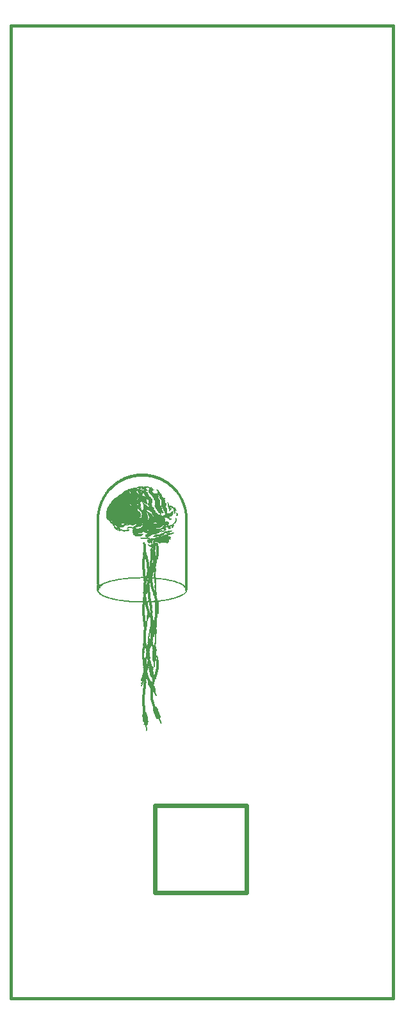
<source format=gto>
G75*
%MOIN*%
%OFA0B0*%
%FSLAX25Y25*%
%IPPOS*%
%LPD*%
%AMOC8*
5,1,8,0,0,1.08239X$1,22.5*
%
%ADD10C,0.01600*%
%ADD11C,0.02400*%
%ADD12R,0.00100X0.00100*%
%ADD13R,0.00600X0.00100*%
%ADD14R,0.00800X0.00100*%
%ADD15R,0.00700X0.00100*%
%ADD16R,0.00900X0.00100*%
%ADD17R,0.01300X0.00100*%
%ADD18R,0.01700X0.00100*%
%ADD19R,0.01900X0.00100*%
%ADD20R,0.02200X0.00100*%
%ADD21R,0.00400X0.00100*%
%ADD22R,0.02300X0.00100*%
%ADD23R,0.02400X0.00100*%
%ADD24R,0.01600X0.00100*%
%ADD25R,0.02500X0.00100*%
%ADD26R,0.01800X0.00100*%
%ADD27R,0.02000X0.00100*%
%ADD28R,0.02100X0.00100*%
%ADD29R,0.02600X0.00100*%
%ADD30R,0.01500X0.00100*%
%ADD31R,0.01400X0.00100*%
%ADD32R,0.02700X0.00100*%
%ADD33R,0.01200X0.00100*%
%ADD34R,0.01100X0.00100*%
%ADD35R,0.01000X0.00100*%
%ADD36R,0.02800X0.00100*%
%ADD37R,0.00500X0.00100*%
%ADD38R,0.02900X0.00100*%
%ADD39R,0.03000X0.00100*%
%ADD40R,0.03100X0.00100*%
%ADD41R,0.03200X0.00100*%
%ADD42R,0.00200X0.00100*%
%ADD43R,0.00300X0.00100*%
%ADD44R,0.03600X0.00100*%
%ADD45R,0.03500X0.00100*%
%ADD46R,0.03400X0.00100*%
%ADD47R,0.03300X0.00100*%
%ADD48R,0.04100X0.00100*%
%ADD49R,0.03800X0.00100*%
%ADD50R,0.03700X0.00100*%
%ADD51R,0.08200X0.00100*%
%ADD52R,0.11800X0.00100*%
%ADD53R,0.15100X0.00100*%
%ADD54R,0.16100X0.00100*%
%ADD55R,0.05200X0.00100*%
%ADD56R,0.05800X0.00100*%
%ADD57R,0.04300X0.00100*%
%ADD58R,0.04200X0.00100*%
%ADD59R,0.04500X0.00100*%
%ADD60R,0.04900X0.00100*%
%ADD61R,0.06000X0.00100*%
%ADD62R,0.07300X0.00100*%
%ADD63R,0.07500X0.00100*%
%ADD64R,0.14400X0.00100*%
%ADD65R,0.11600X0.00100*%
%ADD66R,0.09600X0.00100*%
%ADD67R,0.06300X0.00100*%
%ADD68R,0.04600X0.00100*%
%ADD69R,0.05400X0.00100*%
%ADD70R,0.06100X0.00100*%
%ADD71R,0.06400X0.00100*%
%ADD72R,0.08100X0.00100*%
%ADD73R,0.08000X0.00100*%
%ADD74R,0.08300X0.00100*%
%ADD75R,0.07000X0.00100*%
%ADD76R,0.06800X0.00100*%
%ADD77R,0.07200X0.00100*%
%ADD78R,0.11300X0.00100*%
%ADD79R,0.05500X0.00100*%
%ADD80R,0.05300X0.00100*%
%ADD81R,0.06600X0.00100*%
%ADD82R,0.11200X0.00100*%
%ADD83R,0.10200X0.00100*%
%ADD84R,0.04700X0.00100*%
%ADD85R,0.09100X0.00100*%
%ADD86R,0.04800X0.00100*%
%ADD87R,0.08700X0.00100*%
%ADD88R,0.07900X0.00100*%
%ADD89R,0.07700X0.00100*%
%ADD90R,0.06900X0.00100*%
%ADD91R,0.06500X0.00100*%
%ADD92R,0.05000X0.00100*%
%ADD93R,0.04000X0.00100*%
%ADD94R,0.03900X0.00100*%
%ADD95R,0.05100X0.00100*%
%ADD96R,0.05700X0.00100*%
%ADD97R,0.07600X0.00100*%
%ADD98R,0.14600X0.00100*%
%ADD99R,0.15000X0.00100*%
%ADD100R,0.08900X0.00100*%
%ADD101R,0.07800X0.00100*%
%ADD102R,0.07100X0.00100*%
%ADD103R,0.07400X0.00100*%
%ADD104R,0.11100X0.00100*%
%ADD105R,0.09200X0.00100*%
%ADD106R,0.09000X0.00100*%
%ADD107R,0.08400X0.00100*%
%ADD108R,0.09700X0.00100*%
%ADD109R,0.09800X0.00100*%
%ADD110R,0.09900X0.00100*%
%ADD111R,0.10000X0.00100*%
%ADD112R,0.10100X0.00100*%
%ADD113R,0.04400X0.00100*%
%ADD114R,0.10300X0.00100*%
%ADD115R,0.10400X0.00100*%
%ADD116R,0.10500X0.00100*%
%ADD117R,0.10600X0.00100*%
%ADD118R,0.10800X0.00100*%
%ADD119R,0.10900X0.00100*%
%ADD120R,0.05900X0.00100*%
%ADD121R,0.06200X0.00100*%
%ADD122R,0.14900X0.00100*%
%ADD123R,0.06700X0.00100*%
%ADD124R,0.08800X0.00100*%
%ADD125R,0.15700X0.00100*%
%ADD126R,0.15900X0.00100*%
%ADD127R,0.23000X0.00100*%
%ADD128R,0.23200X0.00100*%
%ADD129R,0.14300X0.00100*%
%ADD130R,0.13800X0.00100*%
%ADD131R,0.13400X0.00100*%
%ADD132R,0.13200X0.00100*%
%ADD133R,0.24700X0.00100*%
%ADD134R,0.27500X0.00100*%
%ADD135R,0.29100X0.00100*%
%ADD136R,0.29300X0.00100*%
%ADD137R,0.29400X0.00100*%
%ADD138R,0.20800X0.00100*%
%ADD139R,0.08600X0.00100*%
%ADD140R,0.20900X0.00100*%
%ADD141R,0.08500X0.00100*%
%ADD142R,0.21000X0.00100*%
%ADD143R,0.21100X0.00100*%
%ADD144R,0.21200X0.00100*%
%ADD145R,0.21300X0.00100*%
%ADD146R,0.21400X0.00100*%
%ADD147R,0.17300X0.00100*%
%ADD148R,0.17200X0.00100*%
%ADD149R,0.17400X0.00100*%
%ADD150R,0.17500X0.00100*%
%ADD151R,0.17600X0.00100*%
%ADD152R,0.17700X0.00100*%
%ADD153R,0.17900X0.00100*%
%ADD154R,0.09300X0.00100*%
%ADD155R,0.18000X0.00100*%
%ADD156R,0.17800X0.00100*%
%ADD157R,0.17100X0.00100*%
%ADD158R,0.16800X0.00100*%
%ADD159R,0.16600X0.00100*%
%ADD160R,0.16500X0.00100*%
%ADD161R,0.16400X0.00100*%
%ADD162R,0.16300X0.00100*%
%ADD163R,0.05600X0.00100*%
%ADD164R,0.16000X0.00100*%
%ADD165R,0.15800X0.00100*%
%ADD166R,0.17000X0.00100*%
%ADD167R,0.16900X0.00100*%
%ADD168R,0.16700X0.00100*%
%ADD169R,0.11500X0.00100*%
%ADD170R,0.10700X0.00100*%
%ADD171R,0.13600X0.00100*%
%ADD172R,0.13500X0.00100*%
%ADD173R,0.15600X0.00100*%
%ADD174R,0.15500X0.00100*%
%ADD175R,0.15400X0.00100*%
%ADD176R,0.15300X0.00100*%
%ADD177R,0.15200X0.00100*%
%ADD178R,0.12200X0.00100*%
%ADD179R,0.12100X0.00100*%
%ADD180R,0.12000X0.00100*%
%ADD181R,0.11900X0.00100*%
%ADD182R,0.11400X0.00100*%
%ADD183R,0.14100X0.00100*%
%ADD184R,0.13900X0.00100*%
%ADD185R,0.12900X0.00100*%
%ADD186R,0.12600X0.00100*%
%ADD187R,0.12400X0.00100*%
%ADD188R,0.12300X0.00100*%
%ADD189R,0.14500X0.00100*%
%ADD190R,0.13300X0.00100*%
%ADD191R,0.12500X0.00100*%
D10*
X0004700Y0004700D02*
X0004700Y0510606D01*
X0203519Y0510606D01*
X0203519Y0004700D01*
X0004700Y0004700D01*
D11*
X0079700Y0059700D02*
X0079700Y0104818D01*
X0127062Y0104818D01*
X0127062Y0059700D01*
X0079700Y0059700D01*
D12*
X0075100Y0143700D03*
X0078700Y0175300D03*
X0076400Y0241200D03*
X0078700Y0242500D03*
X0082700Y0241200D03*
X0086800Y0248600D03*
X0084200Y0250000D03*
X0088800Y0256000D03*
X0087100Y0257900D03*
X0086400Y0262200D03*
X0078700Y0259900D03*
X0078700Y0259800D03*
X0075600Y0268400D03*
X0073100Y0262300D03*
X0068600Y0249500D03*
X0061300Y0248600D03*
X0058200Y0250300D03*
D13*
X0058450Y0249900D03*
X0058550Y0249800D03*
X0060250Y0247900D03*
X0062650Y0249600D03*
X0063650Y0247300D03*
X0065350Y0248900D03*
X0067450Y0250700D03*
X0071750Y0261000D03*
X0071750Y0261100D03*
X0073850Y0261600D03*
X0073950Y0261500D03*
X0075550Y0261500D03*
X0082450Y0256600D03*
X0082450Y0256500D03*
X0086550Y0261200D03*
X0086550Y0261300D03*
X0087250Y0258300D03*
X0088650Y0257500D03*
X0090050Y0257400D03*
X0091350Y0255600D03*
X0089450Y0251400D03*
X0089350Y0251300D03*
X0089250Y0251200D03*
X0088750Y0249600D03*
X0089150Y0246600D03*
X0086950Y0246300D03*
X0085950Y0241300D03*
X0083750Y0247300D03*
X0087750Y0253400D03*
X0084550Y0264600D03*
X0081550Y0267700D03*
X0081450Y0267800D03*
X0081350Y0268000D03*
X0081350Y0268100D03*
X0081250Y0268200D03*
X0080850Y0268800D03*
X0075150Y0246500D03*
X0076450Y0241400D03*
X0077950Y0241500D03*
X0078050Y0240500D03*
X0075550Y0201300D03*
X0075450Y0201100D03*
X0075450Y0201000D03*
X0075450Y0200900D03*
X0075350Y0200700D03*
X0075350Y0200600D03*
X0075250Y0200400D03*
X0075250Y0200300D03*
X0075250Y0200200D03*
X0075150Y0200000D03*
X0075150Y0199900D03*
X0076350Y0191600D03*
X0080750Y0181900D03*
X0080750Y0181800D03*
X0080750Y0181700D03*
X0080750Y0181600D03*
X0079150Y0177100D03*
X0079150Y0177000D03*
X0079150Y0176900D03*
X0078350Y0171300D03*
X0078350Y0171200D03*
X0078450Y0170800D03*
X0078450Y0170700D03*
X0078650Y0169100D03*
X0078650Y0169000D03*
X0078650Y0168900D03*
X0080150Y0162000D03*
X0082750Y0147600D03*
X0075250Y0143800D03*
X0050250Y0215600D03*
X0050050Y0215900D03*
X0049950Y0216000D03*
X0049950Y0216100D03*
X0049850Y0216200D03*
X0049850Y0216300D03*
X0056250Y0252600D03*
D14*
X0056550Y0252400D03*
X0058350Y0250500D03*
X0058650Y0249700D03*
X0059950Y0248100D03*
X0065250Y0247600D03*
X0069550Y0249400D03*
X0073850Y0241400D03*
X0076450Y0241500D03*
X0077850Y0241600D03*
X0079050Y0241700D03*
X0079050Y0241800D03*
X0079050Y0241500D03*
X0077950Y0240300D03*
X0075650Y0244100D03*
X0082350Y0256800D03*
X0084550Y0250100D03*
X0084750Y0248000D03*
X0082950Y0247800D03*
X0086950Y0246600D03*
X0086950Y0246500D03*
X0088750Y0249800D03*
X0089750Y0251600D03*
X0089850Y0251700D03*
X0089950Y0251800D03*
X0090050Y0251900D03*
X0090150Y0252000D03*
X0090150Y0252100D03*
X0090250Y0252200D03*
X0090350Y0252400D03*
X0090450Y0252600D03*
X0090550Y0252800D03*
X0090650Y0253100D03*
X0090650Y0253200D03*
X0090650Y0253300D03*
X0090650Y0253400D03*
X0091150Y0256000D03*
X0091150Y0256100D03*
X0090050Y0257600D03*
X0090050Y0257700D03*
X0090050Y0257800D03*
X0088550Y0257300D03*
X0087350Y0258500D03*
X0087150Y0259500D03*
X0087050Y0259600D03*
X0086650Y0261000D03*
X0088550Y0259800D03*
X0086850Y0254100D03*
X0081150Y0268400D03*
X0081050Y0268600D03*
X0075250Y0268600D03*
X0074650Y0263700D03*
X0074650Y0263600D03*
X0074050Y0261400D03*
X0071650Y0261200D03*
X0071650Y0260900D03*
X0069750Y0268400D03*
X0071850Y0269400D03*
X0093950Y0219500D03*
X0094150Y0219400D03*
X0094250Y0219300D03*
X0096050Y0216400D03*
X0096050Y0216300D03*
X0095950Y0216100D03*
X0095850Y0215900D03*
X0095750Y0215800D03*
X0095650Y0215600D03*
X0095550Y0215500D03*
X0095450Y0215400D03*
X0095350Y0215300D03*
X0095250Y0215200D03*
X0095150Y0215100D03*
X0094750Y0214800D03*
X0080750Y0181200D03*
X0080750Y0181100D03*
X0079250Y0179400D03*
X0079250Y0179300D03*
X0079250Y0179200D03*
X0079250Y0179100D03*
X0079250Y0179000D03*
X0079250Y0178900D03*
X0079250Y0178800D03*
X0078350Y0171500D03*
X0078350Y0171400D03*
X0073150Y0169000D03*
X0072850Y0167800D03*
X0072750Y0167500D03*
X0072750Y0167400D03*
X0079450Y0163400D03*
X0079550Y0163200D03*
X0079650Y0163000D03*
X0079750Y0162800D03*
X0079850Y0162700D03*
X0079850Y0162600D03*
X0079950Y0162500D03*
X0079950Y0162400D03*
X0080050Y0162200D03*
X0082150Y0148900D03*
X0082250Y0148700D03*
X0074950Y0146400D03*
X0074950Y0146300D03*
X0074950Y0146200D03*
X0074950Y0146100D03*
X0074950Y0146000D03*
X0075050Y0145900D03*
X0075050Y0145800D03*
X0075050Y0145700D03*
X0075050Y0145600D03*
X0075050Y0145500D03*
X0075050Y0145400D03*
X0075150Y0145300D03*
X0075150Y0145200D03*
X0075150Y0145100D03*
X0075150Y0145000D03*
X0075150Y0144900D03*
X0075250Y0144700D03*
X0075250Y0144600D03*
X0075250Y0144500D03*
X0075250Y0144400D03*
X0075250Y0144300D03*
X0075350Y0144100D03*
X0075350Y0144000D03*
X0075350Y0143900D03*
X0079850Y0192100D03*
X0079850Y0192200D03*
X0079850Y0192300D03*
X0079850Y0192400D03*
X0075650Y0201700D03*
X0075750Y0201900D03*
X0075750Y0202000D03*
X0078350Y0210500D03*
X0050750Y0215100D03*
X0050650Y0215200D03*
X0050550Y0215300D03*
D15*
X0050400Y0215400D03*
X0050300Y0215500D03*
X0050200Y0215700D03*
X0050100Y0215800D03*
X0061200Y0247700D03*
X0060100Y0248000D03*
X0056400Y0252500D03*
X0056200Y0252700D03*
X0068300Y0250700D03*
X0068600Y0249300D03*
X0073800Y0241500D03*
X0078000Y0240400D03*
X0079000Y0241600D03*
X0082000Y0241300D03*
X0077700Y0237900D03*
X0082400Y0256700D03*
X0083700Y0257000D03*
X0086600Y0261100D03*
X0087300Y0258400D03*
X0088600Y0257400D03*
X0090000Y0257500D03*
X0091100Y0256300D03*
X0091100Y0256200D03*
X0090700Y0253700D03*
X0090700Y0253600D03*
X0090700Y0253500D03*
X0089600Y0251500D03*
X0089100Y0251100D03*
X0089000Y0251000D03*
X0088800Y0249700D03*
X0087000Y0248800D03*
X0086900Y0246400D03*
X0086100Y0246200D03*
X0085900Y0252300D03*
X0087000Y0254000D03*
X0081600Y0267600D03*
X0081200Y0268300D03*
X0081100Y0268500D03*
X0081000Y0268700D03*
X0075400Y0261600D03*
X0096000Y0216200D03*
X0095900Y0216000D03*
X0095700Y0215700D03*
X0080800Y0181500D03*
X0080800Y0181400D03*
X0080800Y0181300D03*
X0079200Y0178700D03*
X0079200Y0178600D03*
X0079200Y0178500D03*
X0079200Y0178400D03*
X0079200Y0178300D03*
X0079200Y0178200D03*
X0079200Y0178100D03*
X0079200Y0178000D03*
X0079200Y0177900D03*
X0079200Y0177800D03*
X0079200Y0177700D03*
X0079200Y0177600D03*
X0079200Y0177500D03*
X0079200Y0177400D03*
X0079200Y0177300D03*
X0079200Y0177200D03*
X0078400Y0171100D03*
X0078400Y0171000D03*
X0078400Y0170900D03*
X0072700Y0167300D03*
X0072700Y0167200D03*
X0072700Y0167100D03*
X0080000Y0162300D03*
X0080100Y0162100D03*
X0081800Y0149700D03*
X0081800Y0149600D03*
X0081900Y0149500D03*
X0081900Y0149400D03*
X0082000Y0149300D03*
X0082000Y0149200D03*
X0082100Y0149100D03*
X0082100Y0149000D03*
X0082200Y0148800D03*
X0082300Y0148600D03*
X0082300Y0148500D03*
X0082400Y0148400D03*
X0082400Y0148300D03*
X0082500Y0148200D03*
X0082500Y0148100D03*
X0082600Y0148000D03*
X0082600Y0147900D03*
X0082700Y0147800D03*
X0082700Y0147700D03*
X0075200Y0144800D03*
X0075300Y0144200D03*
X0076400Y0191500D03*
X0075200Y0200100D03*
X0075300Y0200500D03*
X0075400Y0200800D03*
X0075500Y0201200D03*
X0075600Y0201400D03*
X0075600Y0201500D03*
X0075600Y0201600D03*
X0075700Y0201800D03*
D16*
X0075800Y0202100D03*
X0075800Y0202200D03*
X0079900Y0193700D03*
X0079900Y0193600D03*
X0079900Y0193500D03*
X0079900Y0193400D03*
X0079900Y0193300D03*
X0079900Y0193200D03*
X0079900Y0193100D03*
X0079900Y0193000D03*
X0079900Y0192900D03*
X0079900Y0192800D03*
X0079900Y0192700D03*
X0079900Y0192600D03*
X0079900Y0192500D03*
X0079800Y0192000D03*
X0079800Y0191900D03*
X0079800Y0191800D03*
X0079800Y0191700D03*
X0079800Y0191600D03*
X0079800Y0191500D03*
X0079800Y0191400D03*
X0079800Y0191300D03*
X0079800Y0191200D03*
X0079800Y0191100D03*
X0079800Y0191000D03*
X0079800Y0190900D03*
X0079800Y0190800D03*
X0079800Y0190700D03*
X0079800Y0190600D03*
X0079800Y0190500D03*
X0079800Y0190400D03*
X0079800Y0190300D03*
X0079800Y0190200D03*
X0079800Y0190100D03*
X0079800Y0190000D03*
X0079800Y0189900D03*
X0079800Y0189800D03*
X0079800Y0189700D03*
X0079800Y0189600D03*
X0079800Y0189500D03*
X0079800Y0189400D03*
X0079800Y0189300D03*
X0079700Y0188700D03*
X0079700Y0188600D03*
X0079700Y0188500D03*
X0079700Y0188400D03*
X0079700Y0188300D03*
X0079700Y0188200D03*
X0079700Y0188100D03*
X0079700Y0188000D03*
X0079700Y0187900D03*
X0080800Y0181000D03*
X0080800Y0180900D03*
X0080800Y0180800D03*
X0080800Y0180700D03*
X0080800Y0180600D03*
X0080800Y0180500D03*
X0079300Y0179600D03*
X0079300Y0179500D03*
X0073100Y0168900D03*
X0073100Y0168800D03*
X0073100Y0168700D03*
X0073100Y0168600D03*
X0073000Y0168400D03*
X0073000Y0168300D03*
X0073000Y0168200D03*
X0072900Y0168000D03*
X0072900Y0167900D03*
X0072800Y0167700D03*
X0072800Y0167600D03*
X0079300Y0163700D03*
X0079400Y0163600D03*
X0079400Y0163500D03*
X0079500Y0163300D03*
X0079600Y0163100D03*
X0079700Y0162900D03*
X0074900Y0146600D03*
X0074900Y0146500D03*
X0079900Y0216600D03*
X0079900Y0216700D03*
X0079900Y0216800D03*
X0079900Y0216900D03*
X0079900Y0217000D03*
X0079900Y0217100D03*
X0079900Y0217200D03*
X0079900Y0217300D03*
X0079900Y0217400D03*
X0079900Y0217500D03*
X0079900Y0217600D03*
X0079900Y0217700D03*
X0079800Y0219400D03*
X0079800Y0219500D03*
X0079800Y0219600D03*
X0079800Y0219700D03*
X0079800Y0219800D03*
X0079800Y0219900D03*
X0079800Y0220000D03*
X0079800Y0220100D03*
X0079800Y0220200D03*
X0079800Y0220300D03*
X0079800Y0220400D03*
X0079800Y0220500D03*
X0079700Y0222400D03*
X0079700Y0222500D03*
X0079700Y0222600D03*
X0079700Y0223200D03*
X0079700Y0223300D03*
X0079700Y0223400D03*
X0079600Y0225400D03*
X0079600Y0225500D03*
X0079600Y0225600D03*
X0079600Y0225700D03*
X0079600Y0225800D03*
X0079600Y0225900D03*
X0079600Y0226000D03*
X0079600Y0226100D03*
X0079600Y0226200D03*
X0077700Y0237700D03*
X0077700Y0237800D03*
X0078000Y0238100D03*
X0077900Y0240200D03*
X0079100Y0241400D03*
X0079100Y0241900D03*
X0083900Y0246300D03*
X0084100Y0246400D03*
X0084600Y0250200D03*
X0081300Y0249100D03*
X0082300Y0256900D03*
X0086700Y0260800D03*
X0086700Y0260900D03*
X0087400Y0258700D03*
X0087400Y0258600D03*
X0088500Y0257200D03*
X0087800Y0253500D03*
X0090300Y0252300D03*
X0090400Y0252500D03*
X0090500Y0252700D03*
X0090600Y0252900D03*
X0090600Y0253000D03*
X0088900Y0250900D03*
X0088800Y0250800D03*
X0088800Y0249900D03*
X0088000Y0247700D03*
X0086900Y0246700D03*
X0089000Y0246500D03*
X0091200Y0255900D03*
X0081600Y0267500D03*
X0075300Y0261700D03*
X0073900Y0241300D03*
X0059900Y0248200D03*
X0058800Y0249500D03*
X0058700Y0249600D03*
X0058500Y0252300D03*
X0049900Y0216500D03*
X0049900Y0216400D03*
X0050900Y0215000D03*
X0051000Y0214900D03*
X0052100Y0214100D03*
X0052300Y0214000D03*
X0052500Y0213900D03*
X0093800Y0214200D03*
X0094300Y0214500D03*
X0094400Y0214600D03*
X0094600Y0214700D03*
X0094900Y0214900D03*
X0095000Y0215000D03*
X0094600Y0219000D03*
X0094500Y0219100D03*
X0094400Y0219200D03*
X0093800Y0219600D03*
X0093600Y0219700D03*
D17*
X0092700Y0220200D03*
X0091300Y0213100D03*
X0091000Y0213000D03*
X0095900Y0217500D03*
X0095900Y0217600D03*
X0095900Y0217700D03*
X0095900Y0220300D03*
X0095900Y0220400D03*
X0095900Y0220500D03*
X0095900Y0220600D03*
X0095900Y0220700D03*
X0095900Y0220800D03*
X0095900Y0220900D03*
X0095900Y0221000D03*
X0095900Y0221100D03*
X0096000Y0227600D03*
X0096000Y0227700D03*
X0096000Y0227800D03*
X0096000Y0227900D03*
X0096000Y0228000D03*
X0096000Y0228100D03*
X0096000Y0228200D03*
X0096000Y0228300D03*
X0096000Y0228400D03*
X0096000Y0228500D03*
X0096000Y0228600D03*
X0096000Y0228700D03*
X0096000Y0228800D03*
X0096000Y0228900D03*
X0096000Y0229000D03*
X0096000Y0229100D03*
X0096000Y0229200D03*
X0096000Y0229300D03*
X0096000Y0229400D03*
X0096000Y0229500D03*
X0096000Y0229600D03*
X0096000Y0229700D03*
X0096000Y0229800D03*
X0096000Y0229900D03*
X0096000Y0230000D03*
X0096000Y0230100D03*
X0096000Y0230200D03*
X0096000Y0230300D03*
X0096000Y0230400D03*
X0096000Y0230500D03*
X0096000Y0230600D03*
X0096000Y0230700D03*
X0096000Y0230800D03*
X0096000Y0230900D03*
X0096000Y0231000D03*
X0096000Y0231100D03*
X0096000Y0231200D03*
X0096000Y0231300D03*
X0096000Y0231400D03*
X0096000Y0231500D03*
X0096000Y0231600D03*
X0096000Y0231700D03*
X0096000Y0231800D03*
X0096000Y0231900D03*
X0096000Y0232000D03*
X0096000Y0232100D03*
X0096000Y0232200D03*
X0096000Y0232300D03*
X0096000Y0232400D03*
X0096000Y0232500D03*
X0096000Y0232600D03*
X0096000Y0232700D03*
X0096000Y0232800D03*
X0096000Y0232900D03*
X0096000Y0233000D03*
X0096000Y0233100D03*
X0096000Y0233200D03*
X0096000Y0233300D03*
X0096000Y0233400D03*
X0096000Y0233500D03*
X0096000Y0233600D03*
X0096000Y0233700D03*
X0096000Y0233800D03*
X0096000Y0233900D03*
X0096000Y0234000D03*
X0096000Y0234100D03*
X0096000Y0234200D03*
X0096000Y0234300D03*
X0096000Y0234400D03*
X0096000Y0234500D03*
X0096000Y0234600D03*
X0096000Y0234700D03*
X0096000Y0234800D03*
X0096000Y0234900D03*
X0096000Y0235000D03*
X0096000Y0235100D03*
X0096000Y0235200D03*
X0096000Y0235300D03*
X0096000Y0235400D03*
X0096000Y0235500D03*
X0096000Y0235600D03*
X0096000Y0235700D03*
X0096000Y0235800D03*
X0096000Y0235900D03*
X0096000Y0236000D03*
X0096000Y0236100D03*
X0096000Y0236200D03*
X0096000Y0236300D03*
X0096000Y0236400D03*
X0096000Y0236500D03*
X0096000Y0236600D03*
X0096000Y0236700D03*
X0096000Y0236800D03*
X0096000Y0236900D03*
X0096000Y0237000D03*
X0096000Y0237100D03*
X0096000Y0237200D03*
X0096000Y0237300D03*
X0096000Y0237400D03*
X0096000Y0237500D03*
X0096000Y0237600D03*
X0096000Y0237700D03*
X0096000Y0237800D03*
X0096000Y0237900D03*
X0096000Y0238000D03*
X0096000Y0238100D03*
X0096000Y0238200D03*
X0096000Y0238300D03*
X0096000Y0238400D03*
X0096000Y0238500D03*
X0096000Y0238600D03*
X0096000Y0238700D03*
X0096000Y0238800D03*
X0096000Y0238900D03*
X0096000Y0239000D03*
X0096000Y0239100D03*
X0096000Y0239200D03*
X0096000Y0239300D03*
X0096000Y0239400D03*
X0096000Y0239500D03*
X0096000Y0239600D03*
X0096000Y0239700D03*
X0096000Y0239800D03*
X0096000Y0239900D03*
X0096000Y0240000D03*
X0096000Y0240100D03*
X0096000Y0240200D03*
X0096000Y0240300D03*
X0096000Y0240400D03*
X0096000Y0240500D03*
X0096000Y0240600D03*
X0096000Y0240700D03*
X0096000Y0240800D03*
X0096000Y0240900D03*
X0096000Y0241000D03*
X0096000Y0241100D03*
X0096000Y0241200D03*
X0096000Y0241300D03*
X0096000Y0241400D03*
X0096000Y0241500D03*
X0096000Y0241600D03*
X0096000Y0241700D03*
X0096000Y0241800D03*
X0096000Y0241900D03*
X0096000Y0242000D03*
X0096000Y0242100D03*
X0096000Y0242200D03*
X0096000Y0242300D03*
X0096000Y0242400D03*
X0096000Y0242500D03*
X0096000Y0242600D03*
X0096000Y0242700D03*
X0096000Y0242800D03*
X0096000Y0242900D03*
X0096000Y0243000D03*
X0096000Y0243100D03*
X0096000Y0243200D03*
X0096000Y0243300D03*
X0096000Y0243400D03*
X0096000Y0243500D03*
X0096000Y0243600D03*
X0096000Y0243700D03*
X0096000Y0243800D03*
X0096000Y0243900D03*
X0096000Y0244000D03*
X0096000Y0244100D03*
X0096000Y0244200D03*
X0096000Y0244300D03*
X0096000Y0244400D03*
X0096000Y0244500D03*
X0096000Y0244600D03*
X0096000Y0244700D03*
X0096000Y0244800D03*
X0096000Y0244900D03*
X0096000Y0245000D03*
X0096000Y0245100D03*
X0096000Y0245200D03*
X0096000Y0245300D03*
X0096000Y0245400D03*
X0096000Y0245500D03*
X0096000Y0245600D03*
X0096000Y0245700D03*
X0096000Y0245800D03*
X0096000Y0245900D03*
X0096000Y0246000D03*
X0096000Y0246100D03*
X0096000Y0246200D03*
X0096000Y0246300D03*
X0096000Y0246400D03*
X0096000Y0246500D03*
X0096000Y0246600D03*
X0096000Y0246700D03*
X0096000Y0246800D03*
X0096000Y0246900D03*
X0096000Y0247000D03*
X0096000Y0247100D03*
X0096000Y0247200D03*
X0096000Y0247300D03*
X0096000Y0247400D03*
X0096000Y0247500D03*
X0096000Y0247600D03*
X0096000Y0247700D03*
X0096000Y0247800D03*
X0096000Y0247900D03*
X0096000Y0248000D03*
X0096000Y0248100D03*
X0096000Y0248200D03*
X0096000Y0248300D03*
X0096000Y0248400D03*
X0096000Y0248500D03*
X0096000Y0248600D03*
X0096000Y0248700D03*
X0096000Y0248800D03*
X0096000Y0248900D03*
X0096000Y0249000D03*
X0096000Y0249100D03*
X0096000Y0249200D03*
X0096000Y0249300D03*
X0096000Y0249400D03*
X0096000Y0249500D03*
X0096000Y0249600D03*
X0096000Y0249700D03*
X0096000Y0249800D03*
X0096000Y0249900D03*
X0096000Y0250000D03*
X0096000Y0250100D03*
X0096000Y0250200D03*
X0096000Y0250300D03*
X0096000Y0250400D03*
X0096000Y0250500D03*
X0096000Y0250600D03*
X0096000Y0250700D03*
X0096000Y0250800D03*
X0096000Y0250900D03*
X0096000Y0251000D03*
X0096000Y0251100D03*
X0096000Y0251200D03*
X0096000Y0251300D03*
X0096000Y0251400D03*
X0096000Y0251500D03*
X0096000Y0251600D03*
X0096000Y0251700D03*
X0096000Y0251800D03*
X0096000Y0251900D03*
X0096000Y0252000D03*
X0096000Y0252100D03*
X0096000Y0252200D03*
X0096000Y0252300D03*
X0096000Y0252400D03*
X0096000Y0252500D03*
X0096000Y0252600D03*
X0096000Y0252700D03*
X0096000Y0252800D03*
X0096000Y0252900D03*
X0096000Y0253000D03*
X0096000Y0253100D03*
X0096000Y0253200D03*
X0096000Y0253300D03*
X0096000Y0253400D03*
X0096000Y0253500D03*
X0096000Y0253600D03*
X0095900Y0254800D03*
X0095900Y0254900D03*
X0095900Y0255000D03*
X0095900Y0255100D03*
X0095900Y0255200D03*
X0095900Y0255300D03*
X0095900Y0255400D03*
X0095900Y0255500D03*
X0095900Y0255600D03*
X0095800Y0256000D03*
X0095800Y0256100D03*
X0095800Y0256200D03*
X0095800Y0256300D03*
X0095800Y0256400D03*
X0095800Y0256500D03*
X0095800Y0256600D03*
X0095700Y0256800D03*
X0095700Y0256900D03*
X0095700Y0257000D03*
X0095700Y0257100D03*
X0095700Y0257200D03*
X0095600Y0257400D03*
X0095600Y0257500D03*
X0095600Y0257600D03*
X0095600Y0257700D03*
X0095500Y0258000D03*
X0095500Y0258100D03*
X0095500Y0258200D03*
X0095400Y0258500D03*
X0095400Y0258600D03*
X0095400Y0258700D03*
X0095300Y0258900D03*
X0095300Y0259000D03*
X0095300Y0259100D03*
X0095300Y0259200D03*
X0095200Y0259300D03*
X0095200Y0259400D03*
X0095200Y0259500D03*
X0095200Y0259600D03*
X0095100Y0259700D03*
X0095100Y0259800D03*
X0095100Y0259900D03*
X0095000Y0260000D03*
X0095000Y0260100D03*
X0095000Y0260200D03*
X0094900Y0260300D03*
X0094900Y0260400D03*
X0094900Y0260500D03*
X0094800Y0260600D03*
X0094800Y0260700D03*
X0094800Y0260800D03*
X0094700Y0260900D03*
X0094700Y0261000D03*
X0094600Y0261200D03*
X0094600Y0261300D03*
X0094500Y0261500D03*
X0094500Y0261600D03*
X0094400Y0261800D03*
X0094300Y0262000D03*
X0094300Y0262100D03*
X0094200Y0262300D03*
X0094200Y0262400D03*
X0094100Y0262500D03*
X0094100Y0262600D03*
X0094000Y0262800D03*
X0094000Y0262900D03*
X0093900Y0263000D03*
X0093900Y0263100D03*
X0093800Y0263300D03*
X0093700Y0263500D03*
X0089700Y0259100D03*
X0089800Y0258900D03*
X0089900Y0258700D03*
X0090000Y0258500D03*
X0088300Y0256900D03*
X0085500Y0256600D03*
X0085200Y0257200D03*
X0085200Y0257300D03*
X0086000Y0252000D03*
X0087200Y0249000D03*
X0087800Y0247600D03*
X0088600Y0246300D03*
X0086500Y0246100D03*
X0084800Y0248200D03*
X0083700Y0246100D03*
X0079100Y0237900D03*
X0077800Y0237200D03*
X0077800Y0237100D03*
X0077900Y0237000D03*
X0077900Y0236900D03*
X0077900Y0239300D03*
X0077800Y0240000D03*
X0080500Y0233800D03*
X0075400Y0232700D03*
X0075300Y0233100D03*
X0075200Y0233500D03*
X0075500Y0232300D03*
X0075600Y0231900D03*
X0075700Y0231500D03*
X0075700Y0231400D03*
X0075800Y0231000D03*
X0075800Y0230900D03*
X0075900Y0230400D03*
X0075900Y0230300D03*
X0073900Y0225400D03*
X0074000Y0224700D03*
X0074000Y0224600D03*
X0074000Y0224500D03*
X0074000Y0224400D03*
X0074100Y0224000D03*
X0074100Y0223900D03*
X0074100Y0223800D03*
X0074100Y0223700D03*
X0074400Y0220700D03*
X0074400Y0220600D03*
X0074400Y0220500D03*
X0074300Y0219600D03*
X0076100Y0220200D03*
X0076100Y0220300D03*
X0079800Y0213400D03*
X0079800Y0213300D03*
X0079800Y0213200D03*
X0079900Y0213100D03*
X0079900Y0213000D03*
X0079900Y0212900D03*
X0080000Y0212700D03*
X0080000Y0212600D03*
X0080000Y0212500D03*
X0080100Y0212300D03*
X0080100Y0211400D03*
X0080000Y0211300D03*
X0080200Y0203200D03*
X0080200Y0203100D03*
X0080200Y0203000D03*
X0080100Y0202700D03*
X0079900Y0201900D03*
X0079900Y0201800D03*
X0079900Y0201700D03*
X0079800Y0201400D03*
X0078000Y0201500D03*
X0077900Y0201800D03*
X0077900Y0201900D03*
X0077900Y0202000D03*
X0077800Y0202200D03*
X0077800Y0202300D03*
X0076100Y0205800D03*
X0076100Y0205900D03*
X0076100Y0206000D03*
X0075700Y0207100D03*
X0075700Y0207200D03*
X0075600Y0207400D03*
X0075600Y0207500D03*
X0075600Y0207600D03*
X0075500Y0207700D03*
X0075500Y0207800D03*
X0075500Y0207900D03*
X0075400Y0208100D03*
X0075400Y0208200D03*
X0075300Y0208500D03*
X0074100Y0200400D03*
X0074100Y0200300D03*
X0074100Y0200200D03*
X0074400Y0196900D03*
X0074400Y0196800D03*
X0074400Y0196300D03*
X0074400Y0196200D03*
X0074400Y0196100D03*
X0074400Y0196000D03*
X0074400Y0195900D03*
X0074300Y0195300D03*
X0074300Y0195200D03*
X0074200Y0191400D03*
X0074200Y0191300D03*
X0074200Y0191200D03*
X0074200Y0191100D03*
X0074200Y0191000D03*
X0074200Y0190900D03*
X0074200Y0190800D03*
X0074200Y0190100D03*
X0074200Y0190000D03*
X0074200Y0189900D03*
X0074200Y0189800D03*
X0074200Y0189700D03*
X0077800Y0189700D03*
X0077800Y0189600D03*
X0079300Y0179800D03*
X0080500Y0174600D03*
X0080100Y0173000D03*
X0080000Y0172700D03*
X0079900Y0172400D03*
X0079900Y0172300D03*
X0079800Y0172100D03*
X0079800Y0172000D03*
X0079700Y0171700D03*
X0079600Y0171500D03*
X0079600Y0171400D03*
X0079600Y0171300D03*
X0079500Y0171000D03*
X0079000Y0169600D03*
X0076600Y0169600D03*
X0076500Y0169700D03*
X0075800Y0171200D03*
X0078200Y0159200D03*
X0078300Y0158800D03*
X0078400Y0158400D03*
X0078500Y0158100D03*
X0078700Y0157400D03*
X0078800Y0157100D03*
X0078900Y0156800D03*
X0079000Y0156500D03*
X0079100Y0156300D03*
X0074800Y0146700D03*
X0055000Y0212900D03*
X0054700Y0213000D03*
X0054400Y0213100D03*
X0053800Y0220500D03*
X0054000Y0220600D03*
X0054300Y0220700D03*
X0054600Y0220800D03*
X0050000Y0222500D03*
X0050000Y0222600D03*
X0050000Y0222700D03*
X0050000Y0222800D03*
X0050000Y0222900D03*
X0050000Y0223000D03*
X0050000Y0223100D03*
X0050000Y0223200D03*
X0050000Y0223300D03*
X0050000Y0223400D03*
X0050000Y0223500D03*
X0050000Y0223600D03*
X0050000Y0223700D03*
X0050000Y0223800D03*
X0050000Y0223900D03*
X0050000Y0224000D03*
X0050000Y0224100D03*
X0050000Y0224200D03*
X0050000Y0224300D03*
X0050000Y0224400D03*
X0050000Y0224500D03*
X0050000Y0224600D03*
X0050000Y0224700D03*
X0050000Y0224800D03*
X0050000Y0224900D03*
X0050000Y0225000D03*
X0050000Y0225100D03*
X0050000Y0225200D03*
X0050000Y0225300D03*
X0050000Y0225400D03*
X0050000Y0225500D03*
X0050000Y0225600D03*
X0050000Y0225700D03*
X0050000Y0225800D03*
X0050000Y0225900D03*
X0050000Y0226000D03*
X0050000Y0226100D03*
X0050000Y0226200D03*
X0050000Y0226300D03*
X0050000Y0226400D03*
X0050000Y0226500D03*
X0050000Y0226600D03*
X0050000Y0226700D03*
X0050000Y0226800D03*
X0050000Y0226900D03*
X0050000Y0227000D03*
X0050000Y0227100D03*
X0050000Y0227200D03*
X0050000Y0227300D03*
X0050000Y0227400D03*
X0050000Y0227500D03*
X0050000Y0227600D03*
X0050000Y0227700D03*
X0050000Y0227800D03*
X0050000Y0227900D03*
X0050000Y0228000D03*
X0050000Y0228100D03*
X0050000Y0228200D03*
X0050000Y0228300D03*
X0050000Y0228400D03*
X0050000Y0228500D03*
X0050000Y0228600D03*
X0050000Y0228700D03*
X0050000Y0228800D03*
X0050000Y0228900D03*
X0050000Y0229000D03*
X0050000Y0229100D03*
X0050000Y0229200D03*
X0050000Y0229300D03*
X0050000Y0229400D03*
X0050000Y0229500D03*
X0050000Y0229600D03*
X0050000Y0229700D03*
X0050000Y0229800D03*
X0050000Y0229900D03*
X0050000Y0230000D03*
X0050000Y0230100D03*
X0050000Y0230200D03*
X0050000Y0230300D03*
X0050000Y0230400D03*
X0050000Y0230500D03*
X0050000Y0230600D03*
X0050000Y0230700D03*
X0050000Y0230800D03*
X0050000Y0230900D03*
X0050000Y0231000D03*
X0050000Y0231100D03*
X0050000Y0231200D03*
X0050000Y0231300D03*
X0050000Y0231400D03*
X0050000Y0231500D03*
X0050000Y0231600D03*
X0050000Y0231700D03*
X0050000Y0231800D03*
X0050000Y0231900D03*
X0050000Y0232000D03*
X0050000Y0232100D03*
X0050000Y0232200D03*
X0050000Y0232300D03*
X0050000Y0232400D03*
X0050000Y0232500D03*
X0050000Y0232600D03*
X0050000Y0232700D03*
X0050000Y0232800D03*
X0050000Y0232900D03*
X0050000Y0233000D03*
X0050000Y0233100D03*
X0050000Y0217300D03*
X0050000Y0217200D03*
X0059400Y0248800D03*
X0059300Y0249000D03*
X0060600Y0249300D03*
X0057000Y0252200D03*
X0051800Y0262500D03*
X0051800Y0262600D03*
X0051900Y0262700D03*
X0051900Y0262800D03*
X0052000Y0262900D03*
X0052000Y0263000D03*
X0052000Y0263100D03*
X0052100Y0263200D03*
X0052100Y0263300D03*
X0052200Y0263400D03*
X0052200Y0263500D03*
X0052300Y0263600D03*
X0052300Y0263700D03*
X0052400Y0263800D03*
X0052400Y0263900D03*
X0052500Y0264100D03*
X0051700Y0262400D03*
X0051700Y0262300D03*
X0051600Y0262100D03*
X0051600Y0262000D03*
X0051500Y0261900D03*
X0051500Y0261800D03*
X0051400Y0261600D03*
X0051400Y0261500D03*
X0051300Y0261400D03*
X0051300Y0261300D03*
X0051200Y0261100D03*
X0051200Y0261000D03*
X0051100Y0260800D03*
X0051100Y0260700D03*
X0051000Y0260500D03*
X0051000Y0260400D03*
X0050900Y0260200D03*
X0050900Y0260100D03*
X0050800Y0259800D03*
X0050800Y0259700D03*
X0050700Y0259500D03*
X0050700Y0259400D03*
X0050600Y0259100D03*
X0050600Y0259000D03*
X0050500Y0258600D03*
X0050400Y0258100D03*
X0050100Y0256300D03*
X0050100Y0256200D03*
X0069500Y0249600D03*
X0072700Y0243900D03*
X0074100Y0240700D03*
X0074100Y0240600D03*
X0074200Y0238700D03*
X0074200Y0238600D03*
X0074200Y0238500D03*
X0074200Y0238400D03*
X0074200Y0238300D03*
X0074200Y0238200D03*
X0074200Y0238100D03*
X0074200Y0238000D03*
X0074200Y0237900D03*
X0074200Y0237800D03*
X0074200Y0237700D03*
X0074200Y0237600D03*
X0074200Y0237500D03*
X0074200Y0237400D03*
X0074200Y0237300D03*
X0071700Y0258900D03*
X0071700Y0259000D03*
X0074300Y0261000D03*
X0074900Y0262000D03*
X0074500Y0263500D03*
X0074600Y0268900D03*
X0074800Y0270700D03*
X0077100Y0269900D03*
X0081600Y0267300D03*
X0072200Y0270600D03*
D18*
X0073100Y0270200D03*
X0073400Y0270100D03*
X0074300Y0269100D03*
X0075500Y0270300D03*
X0077200Y0268600D03*
X0077100Y0268300D03*
X0077100Y0268200D03*
X0077100Y0263200D03*
X0077100Y0263100D03*
X0077100Y0263000D03*
X0077100Y0262900D03*
X0077100Y0262800D03*
X0077100Y0262700D03*
X0077100Y0262600D03*
X0077100Y0262500D03*
X0077100Y0262400D03*
X0077100Y0262300D03*
X0077100Y0262200D03*
X0077000Y0261900D03*
X0077000Y0261800D03*
X0077000Y0261700D03*
X0077000Y0261600D03*
X0077000Y0261500D03*
X0077000Y0261000D03*
X0077000Y0260900D03*
X0077100Y0260800D03*
X0077300Y0260200D03*
X0077300Y0260100D03*
X0077300Y0260000D03*
X0074500Y0260500D03*
X0074700Y0262200D03*
X0076800Y0256300D03*
X0076900Y0256200D03*
X0077000Y0256000D03*
X0077100Y0255800D03*
X0082200Y0266200D03*
X0082000Y0266500D03*
X0081900Y0266600D03*
X0081800Y0266800D03*
X0081700Y0266900D03*
X0081600Y0267000D03*
X0082800Y0265000D03*
X0082800Y0264900D03*
X0083800Y0263500D03*
X0083800Y0263400D03*
X0083800Y0263300D03*
X0084900Y0258700D03*
X0085000Y0258400D03*
X0085000Y0258300D03*
X0088100Y0256600D03*
X0085900Y0251500D03*
X0088700Y0250400D03*
X0085600Y0241400D03*
X0079500Y0241100D03*
X0078900Y0238700D03*
X0079200Y0230000D03*
X0079200Y0229900D03*
X0079200Y0229800D03*
X0079100Y0229400D03*
X0079100Y0229300D03*
X0079100Y0229200D03*
X0074500Y0221800D03*
X0074500Y0221700D03*
X0074500Y0221600D03*
X0074500Y0221500D03*
X0075900Y0219400D03*
X0075900Y0219300D03*
X0074400Y0215100D03*
X0074400Y0215000D03*
X0074400Y0214900D03*
X0074300Y0212900D03*
X0074300Y0212800D03*
X0074300Y0212700D03*
X0074300Y0212600D03*
X0074300Y0212500D03*
X0074300Y0212400D03*
X0074300Y0212300D03*
X0074300Y0211000D03*
X0074300Y0210900D03*
X0077600Y0203100D03*
X0077600Y0203000D03*
X0080400Y0204700D03*
X0080400Y0204800D03*
X0080400Y0204900D03*
X0080400Y0205000D03*
X0080400Y0205100D03*
X0080400Y0205200D03*
X0080400Y0210200D03*
X0080400Y0210300D03*
X0080400Y0210400D03*
X0080400Y0210500D03*
X0080400Y0210600D03*
X0079600Y0214300D03*
X0079600Y0214400D03*
X0079600Y0214500D03*
X0074600Y0197800D03*
X0078100Y0192800D03*
X0078100Y0192700D03*
X0078100Y0192600D03*
X0078100Y0192500D03*
X0074300Y0189000D03*
X0074300Y0188900D03*
X0074300Y0188800D03*
X0074300Y0188700D03*
X0075900Y0185200D03*
X0075900Y0185100D03*
X0075900Y0185000D03*
X0075900Y0184900D03*
X0076000Y0184200D03*
X0076000Y0184100D03*
X0076000Y0184000D03*
X0076000Y0183900D03*
X0076000Y0183800D03*
X0076000Y0183700D03*
X0076400Y0179700D03*
X0076400Y0179600D03*
X0076400Y0179500D03*
X0076400Y0179400D03*
X0077200Y0177300D03*
X0077300Y0177200D03*
X0079400Y0185300D03*
X0079500Y0185400D03*
X0079500Y0185500D03*
X0074200Y0178500D03*
X0074200Y0178400D03*
X0074200Y0178300D03*
X0074200Y0178200D03*
X0074200Y0178100D03*
X0074200Y0178000D03*
X0074200Y0177900D03*
X0074200Y0177800D03*
X0074200Y0177700D03*
X0074200Y0177600D03*
X0074200Y0177500D03*
X0076800Y0169100D03*
X0079400Y0155800D03*
X0081100Y0150000D03*
X0081200Y0149900D03*
X0074700Y0146800D03*
X0074100Y0152700D03*
X0074100Y0152800D03*
X0074100Y0152900D03*
X0074100Y0153000D03*
X0088600Y0212300D03*
X0089000Y0212400D03*
X0089100Y0221400D03*
X0088700Y0221500D03*
X0095700Y0218300D03*
X0095700Y0218200D03*
X0091000Y0267900D03*
X0090600Y0268400D03*
X0090500Y0268500D03*
X0090400Y0268600D03*
X0090300Y0268700D03*
X0090200Y0268800D03*
X0090100Y0268900D03*
X0090100Y0269000D03*
X0090000Y0269100D03*
X0089900Y0269200D03*
X0089800Y0269300D03*
X0089700Y0269400D03*
X0089600Y0269500D03*
X0089500Y0269600D03*
X0089400Y0269700D03*
X0074300Y0236200D03*
X0074300Y0236100D03*
X0074300Y0236000D03*
X0074300Y0235900D03*
X0069000Y0248800D03*
X0068800Y0248900D03*
X0069600Y0249700D03*
X0071200Y0261600D03*
X0072100Y0267200D03*
X0072000Y0267300D03*
X0071900Y0267400D03*
X0056200Y0269300D03*
X0056100Y0269200D03*
X0056000Y0269100D03*
X0055900Y0269000D03*
X0055800Y0268900D03*
X0055700Y0268800D03*
X0054600Y0267500D03*
X0057000Y0221500D03*
X0056600Y0221400D03*
X0056700Y0212400D03*
X0057100Y0212300D03*
X0050100Y0217900D03*
D19*
X0050200Y0218200D03*
X0057400Y0221600D03*
X0057800Y0221700D03*
X0057500Y0212200D03*
X0057900Y0212100D03*
X0060800Y0249500D03*
X0066600Y0249400D03*
X0068600Y0249000D03*
X0069400Y0248600D03*
X0074300Y0258300D03*
X0074600Y0260300D03*
X0076900Y0261100D03*
X0077400Y0259600D03*
X0077100Y0263500D03*
X0075600Y0265600D03*
X0075500Y0265700D03*
X0075100Y0266500D03*
X0075100Y0266600D03*
X0077400Y0267600D03*
X0077500Y0267500D03*
X0077600Y0267400D03*
X0077700Y0267300D03*
X0077800Y0267200D03*
X0077600Y0269300D03*
X0074000Y0269600D03*
X0074000Y0269800D03*
X0072200Y0270500D03*
X0072200Y0267100D03*
X0077300Y0255300D03*
X0077400Y0255100D03*
X0075400Y0244700D03*
X0077500Y0239800D03*
X0079600Y0244600D03*
X0083500Y0245900D03*
X0086800Y0250100D03*
X0085700Y0251000D03*
X0085700Y0251100D03*
X0084600Y0259300D03*
X0084500Y0259500D03*
X0084400Y0259700D03*
X0084300Y0259800D03*
X0084300Y0259900D03*
X0084200Y0260000D03*
X0083900Y0262500D03*
X0083700Y0263800D03*
X0082900Y0264600D03*
X0088700Y0270400D03*
X0088600Y0270500D03*
X0088500Y0270600D03*
X0088800Y0270300D03*
X0088900Y0270200D03*
X0089000Y0270100D03*
X0089100Y0270000D03*
X0074300Y0235700D03*
X0074300Y0235600D03*
X0074300Y0235500D03*
X0074600Y0222200D03*
X0074400Y0216000D03*
X0074400Y0215900D03*
X0074400Y0215800D03*
X0074400Y0215700D03*
X0074400Y0215600D03*
X0074300Y0212100D03*
X0074300Y0212000D03*
X0074300Y0211900D03*
X0079500Y0214900D03*
X0079500Y0215000D03*
X0079500Y0215100D03*
X0080500Y0209400D03*
X0080500Y0209300D03*
X0080500Y0209200D03*
X0080500Y0209100D03*
X0080500Y0209000D03*
X0080500Y0208900D03*
X0080500Y0208800D03*
X0080500Y0208700D03*
X0080500Y0208600D03*
X0080500Y0208500D03*
X0080500Y0208400D03*
X0080500Y0208300D03*
X0080500Y0208200D03*
X0080500Y0208100D03*
X0080500Y0208000D03*
X0080500Y0207900D03*
X0080500Y0207800D03*
X0080500Y0207700D03*
X0080500Y0207600D03*
X0080500Y0207500D03*
X0080500Y0207400D03*
X0080500Y0207300D03*
X0080500Y0207200D03*
X0080500Y0207100D03*
X0080500Y0207000D03*
X0080500Y0206900D03*
X0080500Y0206800D03*
X0080500Y0206700D03*
X0080500Y0206600D03*
X0080500Y0206500D03*
X0080500Y0206400D03*
X0080500Y0206300D03*
X0080500Y0206200D03*
X0080500Y0206100D03*
X0080500Y0206000D03*
X0074500Y0199800D03*
X0074500Y0199700D03*
X0074500Y0199500D03*
X0074600Y0198400D03*
X0074600Y0198300D03*
X0074600Y0198200D03*
X0074600Y0198100D03*
X0078200Y0193500D03*
X0078200Y0193400D03*
X0076600Y0187700D03*
X0076600Y0187600D03*
X0076600Y0187500D03*
X0075900Y0185600D03*
X0075900Y0185500D03*
X0075900Y0185400D03*
X0075900Y0183200D03*
X0075900Y0183100D03*
X0075900Y0183000D03*
X0074200Y0179500D03*
X0076500Y0178700D03*
X0077400Y0177000D03*
X0077800Y0173800D03*
X0077800Y0173700D03*
X0077900Y0173300D03*
X0077900Y0173200D03*
X0078000Y0172900D03*
X0078000Y0172800D03*
X0078000Y0172700D03*
X0078100Y0172500D03*
X0078100Y0172400D03*
X0078100Y0172300D03*
X0078100Y0172200D03*
X0078100Y0172100D03*
X0076900Y0169000D03*
X0079500Y0155500D03*
X0079500Y0155400D03*
X0074800Y0146900D03*
X0074200Y0152400D03*
X0079200Y0180800D03*
X0079200Y0180900D03*
X0079200Y0181000D03*
X0079200Y0181100D03*
X0079200Y0181200D03*
X0079200Y0181300D03*
X0079200Y0181400D03*
X0079200Y0181500D03*
X0079200Y0181600D03*
X0079200Y0181700D03*
X0079200Y0181800D03*
X0079200Y0181900D03*
X0079300Y0182300D03*
X0079300Y0182400D03*
X0079300Y0182500D03*
X0079300Y0182600D03*
X0079300Y0182700D03*
X0079300Y0182800D03*
X0079300Y0182900D03*
X0079300Y0183000D03*
X0079300Y0183100D03*
X0079300Y0183200D03*
X0079300Y0183300D03*
X0079300Y0183400D03*
X0079300Y0183500D03*
X0079300Y0183600D03*
X0079300Y0183700D03*
X0079300Y0183800D03*
X0079300Y0184500D03*
X0079300Y0184600D03*
X0079300Y0184700D03*
X0079300Y0184800D03*
X0079300Y0184900D03*
X0079300Y0186200D03*
X0079300Y0186300D03*
X0079200Y0186500D03*
X0079200Y0186600D03*
X0079200Y0186700D03*
X0087900Y0221700D03*
X0095600Y0218500D03*
X0079000Y0228400D03*
X0079000Y0228500D03*
X0079000Y0228600D03*
X0079300Y0230500D03*
X0079300Y0230600D03*
X0079300Y0230700D03*
X0079400Y0230900D03*
X0079400Y0231000D03*
X0058100Y0271100D03*
X0058200Y0271200D03*
X0058300Y0271300D03*
X0057900Y0271000D03*
X0057800Y0270900D03*
X0057700Y0270800D03*
X0057600Y0270700D03*
X0057500Y0270600D03*
D20*
X0059650Y0272300D03*
X0059750Y0272400D03*
X0060050Y0272600D03*
X0064950Y0247900D03*
X0069150Y0246300D03*
X0074350Y0234900D03*
X0074350Y0234800D03*
X0075650Y0244900D03*
X0078650Y0238400D03*
X0079550Y0232100D03*
X0079550Y0232000D03*
X0079550Y0231900D03*
X0079550Y0231800D03*
X0074650Y0222900D03*
X0079250Y0216300D03*
X0079250Y0216200D03*
X0079350Y0216000D03*
X0079350Y0215900D03*
X0079350Y0215800D03*
X0086350Y0211800D03*
X0086450Y0222000D03*
X0095450Y0218800D03*
X0085850Y0245400D03*
X0086050Y0245500D03*
X0086950Y0245800D03*
X0087350Y0247400D03*
X0084950Y0246500D03*
X0083250Y0245800D03*
X0078950Y0257200D03*
X0077550Y0254900D03*
X0074750Y0260100D03*
X0076750Y0261300D03*
X0075750Y0265300D03*
X0074950Y0266900D03*
X0074850Y0267000D03*
X0073850Y0269400D03*
X0077650Y0269100D03*
X0083650Y0263900D03*
X0084050Y0262900D03*
X0084050Y0262800D03*
X0084050Y0262700D03*
X0084050Y0262100D03*
X0084050Y0260400D03*
X0087450Y0260300D03*
X0086750Y0272000D03*
X0086450Y0272200D03*
X0086350Y0272300D03*
X0086050Y0272500D03*
X0059250Y0222000D03*
X0059350Y0211800D03*
X0050350Y0218600D03*
X0050350Y0218700D03*
X0074450Y0187400D03*
X0075850Y0186000D03*
X0075850Y0182600D03*
X0075850Y0182500D03*
X0075850Y0182400D03*
X0074250Y0180700D03*
X0074250Y0180600D03*
X0074650Y0174400D03*
X0074550Y0174000D03*
X0074550Y0173900D03*
X0077450Y0176600D03*
X0077450Y0176700D03*
X0073850Y0169400D03*
X0073850Y0169300D03*
X0073850Y0169200D03*
X0073850Y0169100D03*
X0079750Y0155100D03*
X0081250Y0150400D03*
X0074850Y0147500D03*
X0074850Y0147400D03*
X0074850Y0147300D03*
X0074850Y0147200D03*
X0074850Y0147100D03*
X0074850Y0147000D03*
X0079050Y0187400D03*
X0079050Y0187500D03*
X0074650Y0199100D03*
X0074650Y0199300D03*
D21*
X0076750Y0194400D03*
X0076650Y0194000D03*
X0076650Y0193900D03*
X0076650Y0193800D03*
X0076550Y0193600D03*
X0076550Y0193500D03*
X0076550Y0193400D03*
X0076550Y0193300D03*
X0076550Y0193200D03*
X0076450Y0193100D03*
X0076450Y0193000D03*
X0076450Y0192900D03*
X0076450Y0192800D03*
X0076450Y0192700D03*
X0076450Y0192600D03*
X0076350Y0192500D03*
X0076350Y0192400D03*
X0076350Y0192300D03*
X0076350Y0192200D03*
X0076350Y0192100D03*
X0076350Y0192000D03*
X0076350Y0191900D03*
X0080650Y0182400D03*
X0075550Y0175700D03*
X0075550Y0175200D03*
X0080150Y0161900D03*
X0082650Y0147500D03*
X0076550Y0240000D03*
X0076450Y0240100D03*
X0076450Y0241300D03*
X0078050Y0241300D03*
X0076350Y0247700D03*
X0073750Y0241600D03*
X0068650Y0249400D03*
X0067650Y0250500D03*
X0061150Y0248800D03*
X0058350Y0250100D03*
X0072150Y0270700D03*
X0075450Y0268500D03*
X0077450Y0270100D03*
X0073450Y0261900D03*
X0078750Y0259400D03*
X0078750Y0259300D03*
X0082450Y0256400D03*
X0082450Y0256300D03*
X0086450Y0261600D03*
X0086450Y0261700D03*
X0088650Y0259700D03*
X0088750Y0257700D03*
X0089950Y0257000D03*
X0091050Y0256500D03*
X0090650Y0254000D03*
X0088750Y0249400D03*
X0086950Y0248700D03*
X0087250Y0258200D03*
X0084650Y0247800D03*
X0083650Y0247200D03*
X0083450Y0247100D03*
X0083650Y0241400D03*
D22*
X0085500Y0245200D03*
X0085700Y0245300D03*
X0086300Y0245600D03*
X0086600Y0245700D03*
X0084000Y0249000D03*
X0079200Y0256900D03*
X0079100Y0257000D03*
X0079000Y0257100D03*
X0078900Y0257300D03*
X0078800Y0257400D03*
X0078700Y0257500D03*
X0078600Y0257600D03*
X0077100Y0263800D03*
X0077000Y0263900D03*
X0075800Y0265200D03*
X0074800Y0267100D03*
X0077700Y0269000D03*
X0083600Y0264000D03*
X0084100Y0262000D03*
X0084000Y0260500D03*
X0086200Y0272400D03*
X0085900Y0272600D03*
X0085600Y0272800D03*
X0074400Y0234700D03*
X0074400Y0234600D03*
X0074400Y0234500D03*
X0074400Y0234400D03*
X0077100Y0222800D03*
X0077100Y0222700D03*
X0077100Y0222600D03*
X0077100Y0222500D03*
X0077100Y0222400D03*
X0077100Y0222300D03*
X0077100Y0222200D03*
X0079600Y0232200D03*
X0079600Y0232300D03*
X0079600Y0232400D03*
X0079600Y0232500D03*
X0085900Y0222100D03*
X0079200Y0216500D03*
X0079200Y0216400D03*
X0079300Y0216100D03*
X0074400Y0210300D03*
X0074400Y0210200D03*
X0074700Y0199200D03*
X0074400Y0187300D03*
X0074400Y0187200D03*
X0075900Y0186300D03*
X0075900Y0186200D03*
X0075900Y0186100D03*
X0075800Y0182300D03*
X0075800Y0182200D03*
X0075800Y0182100D03*
X0075800Y0182000D03*
X0076600Y0178200D03*
X0077500Y0176000D03*
X0077500Y0175900D03*
X0077500Y0175800D03*
X0074700Y0175900D03*
X0074700Y0176000D03*
X0074700Y0176100D03*
X0074600Y0173800D03*
X0073800Y0171000D03*
X0073800Y0169500D03*
X0079800Y0155000D03*
X0079800Y0154900D03*
X0081200Y0150500D03*
X0074600Y0149300D03*
X0074700Y0148600D03*
X0074700Y0148500D03*
X0074800Y0148100D03*
X0074800Y0148000D03*
X0074800Y0147900D03*
X0074800Y0147800D03*
X0074800Y0147700D03*
X0074800Y0147600D03*
X0074300Y0152000D03*
X0074300Y0152100D03*
X0085800Y0211700D03*
X0095400Y0218900D03*
X0066700Y0249300D03*
X0060900Y0249600D03*
X0059900Y0272500D03*
X0060200Y0272700D03*
X0060500Y0272900D03*
X0059800Y0222100D03*
X0059900Y0211700D03*
X0050400Y0218800D03*
D23*
X0050450Y0218900D03*
X0060350Y0222200D03*
X0061950Y0247900D03*
X0068950Y0269700D03*
X0072250Y0270400D03*
X0073850Y0269300D03*
X0073850Y0269200D03*
X0075850Y0265100D03*
X0076650Y0261400D03*
X0074850Y0260000D03*
X0074850Y0259500D03*
X0078350Y0257900D03*
X0078450Y0257800D03*
X0078550Y0257700D03*
X0079250Y0256800D03*
X0079350Y0256700D03*
X0082850Y0257100D03*
X0084050Y0260600D03*
X0084150Y0261900D03*
X0085750Y0272700D03*
X0085450Y0272900D03*
X0085150Y0273100D03*
X0077750Y0268900D03*
X0086650Y0250000D03*
X0086550Y0247200D03*
X0086050Y0247100D03*
X0085350Y0245100D03*
X0082650Y0241500D03*
X0079850Y0241000D03*
X0079850Y0240900D03*
X0079850Y0240800D03*
X0077050Y0241800D03*
X0077050Y0241900D03*
X0074450Y0234300D03*
X0074450Y0234200D03*
X0074450Y0234100D03*
X0076650Y0228300D03*
X0076650Y0228200D03*
X0076650Y0228100D03*
X0077050Y0222100D03*
X0077050Y0222000D03*
X0077050Y0221900D03*
X0077050Y0221800D03*
X0077050Y0221700D03*
X0074450Y0210100D03*
X0075750Y0181900D03*
X0076550Y0178000D03*
X0076550Y0177900D03*
X0077450Y0176500D03*
X0077450Y0176400D03*
X0077450Y0176300D03*
X0077450Y0176200D03*
X0077450Y0176100D03*
X0077550Y0175700D03*
X0077550Y0175600D03*
X0074750Y0176200D03*
X0074750Y0176300D03*
X0074750Y0176400D03*
X0074550Y0173700D03*
X0074550Y0173600D03*
X0074550Y0173500D03*
X0073850Y0171300D03*
X0073850Y0171200D03*
X0073850Y0171100D03*
X0073750Y0170900D03*
X0073750Y0170800D03*
X0073750Y0170700D03*
X0073750Y0169600D03*
X0079850Y0154800D03*
X0079850Y0154700D03*
X0081150Y0150900D03*
X0081250Y0150600D03*
X0074550Y0149900D03*
X0074550Y0149800D03*
X0074550Y0149700D03*
X0074550Y0149600D03*
X0074550Y0149500D03*
X0074550Y0149400D03*
X0074650Y0149200D03*
X0074650Y0149100D03*
X0074650Y0149000D03*
X0074650Y0148900D03*
X0074650Y0148800D03*
X0074650Y0148700D03*
X0074750Y0148400D03*
X0074750Y0148300D03*
X0074750Y0148200D03*
X0074450Y0150100D03*
X0074450Y0150200D03*
X0074450Y0150300D03*
X0074450Y0150400D03*
X0074450Y0150500D03*
X0074350Y0150900D03*
X0074350Y0151000D03*
X0074350Y0151100D03*
X0074250Y0151600D03*
X0074250Y0151700D03*
X0074250Y0151800D03*
X0074250Y0151900D03*
X0085350Y0222200D03*
X0060350Y0272800D03*
X0060650Y0273000D03*
X0060850Y0273100D03*
D24*
X0055650Y0268700D03*
X0055550Y0268600D03*
X0055450Y0268500D03*
X0055350Y0268400D03*
X0055250Y0268300D03*
X0055150Y0268200D03*
X0055050Y0268100D03*
X0055050Y0268000D03*
X0054950Y0267900D03*
X0054850Y0267800D03*
X0054750Y0267700D03*
X0054650Y0267600D03*
X0054550Y0267400D03*
X0054450Y0267300D03*
X0054350Y0267200D03*
X0054250Y0267000D03*
X0054050Y0266700D03*
X0060750Y0249400D03*
X0061350Y0248200D03*
X0071250Y0268200D03*
X0074450Y0260600D03*
X0077150Y0260600D03*
X0077150Y0260700D03*
X0077250Y0260500D03*
X0077250Y0260400D03*
X0077250Y0260300D03*
X0077050Y0262000D03*
X0077050Y0262100D03*
X0076650Y0256500D03*
X0076750Y0256400D03*
X0082750Y0265100D03*
X0082650Y0265200D03*
X0082650Y0265300D03*
X0082550Y0265500D03*
X0082450Y0265700D03*
X0082450Y0265800D03*
X0082350Y0265900D03*
X0082350Y0266000D03*
X0082250Y0266100D03*
X0082150Y0266300D03*
X0082050Y0266400D03*
X0081850Y0266700D03*
X0081550Y0267100D03*
X0081550Y0267200D03*
X0085050Y0258200D03*
X0085050Y0258100D03*
X0085050Y0258000D03*
X0088750Y0250500D03*
X0084650Y0248500D03*
X0084550Y0248600D03*
X0083650Y0246000D03*
X0082350Y0241400D03*
X0079450Y0244700D03*
X0077750Y0239500D03*
X0075550Y0244000D03*
X0074250Y0239700D03*
X0074250Y0239600D03*
X0074250Y0239500D03*
X0074250Y0236600D03*
X0074250Y0236500D03*
X0074250Y0236400D03*
X0074250Y0236300D03*
X0074450Y0221400D03*
X0074450Y0221300D03*
X0075950Y0219600D03*
X0075950Y0219500D03*
X0074350Y0214800D03*
X0074350Y0214700D03*
X0074350Y0214600D03*
X0074350Y0214500D03*
X0074350Y0214400D03*
X0074350Y0214300D03*
X0074350Y0214200D03*
X0074350Y0214100D03*
X0074350Y0214000D03*
X0074350Y0213000D03*
X0076350Y0205100D03*
X0077650Y0202900D03*
X0077650Y0202800D03*
X0080350Y0204200D03*
X0080350Y0204300D03*
X0080350Y0204400D03*
X0080350Y0204500D03*
X0080350Y0204600D03*
X0074550Y0197700D03*
X0074550Y0197600D03*
X0078050Y0192400D03*
X0078050Y0192300D03*
X0078050Y0192200D03*
X0078050Y0192100D03*
X0074250Y0189100D03*
X0075950Y0184800D03*
X0075950Y0184700D03*
X0075950Y0184600D03*
X0075950Y0184500D03*
X0075950Y0184400D03*
X0075950Y0184300D03*
X0076350Y0180800D03*
X0076350Y0180700D03*
X0076350Y0180600D03*
X0076350Y0180500D03*
X0076350Y0180400D03*
X0076450Y0180000D03*
X0076450Y0179900D03*
X0076450Y0179800D03*
X0074250Y0177400D03*
X0074250Y0177300D03*
X0074250Y0177200D03*
X0074350Y0175800D03*
X0074350Y0175700D03*
X0074350Y0175600D03*
X0074450Y0175300D03*
X0074450Y0175200D03*
X0078150Y0171700D03*
X0079050Y0170300D03*
X0079050Y0170200D03*
X0079050Y0170100D03*
X0076750Y0169300D03*
X0076750Y0169200D03*
X0079150Y0180000D03*
X0079350Y0156000D03*
X0079350Y0155900D03*
X0081250Y0149800D03*
X0074050Y0153100D03*
X0074050Y0153200D03*
X0079650Y0214000D03*
X0079650Y0214100D03*
X0079650Y0214200D03*
X0089350Y0212500D03*
X0089450Y0221300D03*
X0095750Y0218100D03*
X0091950Y0266600D03*
X0091750Y0266900D03*
X0091550Y0267200D03*
X0091450Y0267300D03*
X0091350Y0267400D03*
X0091350Y0267500D03*
X0091250Y0267600D03*
X0091150Y0267700D03*
X0091050Y0267800D03*
X0090950Y0268000D03*
X0090850Y0268100D03*
X0090750Y0268200D03*
X0090650Y0268300D03*
X0074950Y0270600D03*
X0056250Y0221300D03*
X0055950Y0212600D03*
X0056350Y0212500D03*
X0050050Y0217700D03*
X0050050Y0217800D03*
D25*
X0050500Y0219000D03*
X0060500Y0211600D03*
X0074400Y0210000D03*
X0074400Y0209900D03*
X0074400Y0209800D03*
X0074600Y0210400D03*
X0075900Y0186600D03*
X0075900Y0186500D03*
X0075900Y0186400D03*
X0075800Y0181800D03*
X0075800Y0181700D03*
X0075800Y0181600D03*
X0075800Y0181500D03*
X0076600Y0178100D03*
X0076600Y0177800D03*
X0074700Y0176500D03*
X0074500Y0173400D03*
X0074500Y0173300D03*
X0074500Y0173200D03*
X0073700Y0170600D03*
X0073700Y0170500D03*
X0073700Y0170400D03*
X0073700Y0170300D03*
X0073700Y0170200D03*
X0073700Y0170100D03*
X0073700Y0170000D03*
X0073700Y0169900D03*
X0073700Y0169800D03*
X0073700Y0169700D03*
X0078500Y0164100D03*
X0078400Y0164000D03*
X0078400Y0163900D03*
X0079900Y0154600D03*
X0079900Y0154500D03*
X0080600Y0152400D03*
X0080700Y0152100D03*
X0080800Y0151900D03*
X0080800Y0151800D03*
X0080900Y0151600D03*
X0080900Y0151500D03*
X0081000Y0151400D03*
X0081000Y0151300D03*
X0081000Y0151200D03*
X0081100Y0151100D03*
X0081100Y0151000D03*
X0081200Y0150800D03*
X0081200Y0150700D03*
X0074500Y0150000D03*
X0074400Y0150600D03*
X0074400Y0150700D03*
X0074400Y0150800D03*
X0074300Y0151200D03*
X0074300Y0151300D03*
X0074300Y0151400D03*
X0074300Y0151500D03*
X0085200Y0211600D03*
X0078500Y0233600D03*
X0078500Y0233700D03*
X0078500Y0233800D03*
X0078500Y0233900D03*
X0078500Y0234000D03*
X0078500Y0234100D03*
X0078500Y0234200D03*
X0078500Y0234300D03*
X0078500Y0234400D03*
X0078500Y0234500D03*
X0078500Y0234600D03*
X0078500Y0234700D03*
X0078500Y0234800D03*
X0078500Y0234900D03*
X0078500Y0235000D03*
X0078500Y0235100D03*
X0078500Y0235200D03*
X0078500Y0235300D03*
X0078500Y0235400D03*
X0078500Y0235500D03*
X0078500Y0235600D03*
X0078500Y0235700D03*
X0078500Y0235800D03*
X0078500Y0235900D03*
X0078500Y0236000D03*
X0078500Y0236100D03*
X0078500Y0236200D03*
X0078500Y0236300D03*
X0078500Y0236400D03*
X0078500Y0236500D03*
X0078500Y0236600D03*
X0078500Y0236700D03*
X0077000Y0242000D03*
X0077000Y0242100D03*
X0077000Y0242200D03*
X0075300Y0243900D03*
X0077400Y0247900D03*
X0079500Y0256500D03*
X0079400Y0256600D03*
X0082000Y0258300D03*
X0082200Y0258000D03*
X0082400Y0257700D03*
X0082700Y0257300D03*
X0082800Y0257200D03*
X0084200Y0261700D03*
X0084200Y0261800D03*
X0083500Y0264100D03*
X0085300Y0273000D03*
X0085000Y0273200D03*
X0084800Y0273300D03*
X0080400Y0263800D03*
X0076800Y0264000D03*
X0075900Y0265000D03*
X0074700Y0267200D03*
X0074600Y0267300D03*
X0074500Y0267400D03*
X0074200Y0267600D03*
X0074000Y0270000D03*
X0077700Y0268800D03*
X0074100Y0262700D03*
X0074200Y0262500D03*
X0074900Y0259900D03*
X0074900Y0259800D03*
X0074900Y0259700D03*
X0074900Y0259600D03*
X0068800Y0269600D03*
X0061200Y0273300D03*
X0061000Y0273200D03*
X0069400Y0246200D03*
X0074400Y0234000D03*
X0083900Y0248900D03*
X0087000Y0247300D03*
X0087200Y0245900D03*
D26*
X0088150Y0246100D03*
X0087550Y0247500D03*
X0085750Y0251200D03*
X0085750Y0251300D03*
X0085850Y0251400D03*
X0084950Y0258500D03*
X0084950Y0258600D03*
X0084850Y0258800D03*
X0084850Y0258900D03*
X0084750Y0259000D03*
X0084750Y0259100D03*
X0084650Y0259200D03*
X0084550Y0259400D03*
X0084450Y0259600D03*
X0083850Y0262600D03*
X0083850Y0263200D03*
X0083750Y0263600D03*
X0083750Y0263700D03*
X0082850Y0264700D03*
X0082850Y0264800D03*
X0087250Y0260400D03*
X0089250Y0269800D03*
X0089150Y0269900D03*
X0077550Y0269400D03*
X0077150Y0268100D03*
X0075650Y0270200D03*
X0075250Y0270400D03*
X0075050Y0270500D03*
X0074050Y0269700D03*
X0071250Y0270100D03*
X0071550Y0263700D03*
X0074550Y0262300D03*
X0074550Y0260400D03*
X0077350Y0259900D03*
X0077350Y0259800D03*
X0077350Y0259700D03*
X0077150Y0263300D03*
X0077150Y0263400D03*
X0075450Y0265800D03*
X0075450Y0265900D03*
X0075350Y0266000D03*
X0075350Y0266100D03*
X0075250Y0266200D03*
X0075250Y0266300D03*
X0075150Y0266400D03*
X0076950Y0256100D03*
X0077050Y0255900D03*
X0077150Y0255700D03*
X0077150Y0255600D03*
X0077250Y0255500D03*
X0077250Y0255400D03*
X0077350Y0255200D03*
X0071250Y0244800D03*
X0069150Y0248700D03*
X0065250Y0248000D03*
X0063650Y0247600D03*
X0061450Y0248100D03*
X0058450Y0252600D03*
X0056250Y0269400D03*
X0056350Y0269500D03*
X0056450Y0269600D03*
X0056550Y0269700D03*
X0056650Y0269800D03*
X0056750Y0269900D03*
X0056850Y0270000D03*
X0056950Y0270100D03*
X0057050Y0270200D03*
X0057150Y0270300D03*
X0057250Y0270400D03*
X0057350Y0270500D03*
X0074350Y0235800D03*
X0077650Y0239600D03*
X0077550Y0239700D03*
X0078850Y0239000D03*
X0079250Y0230400D03*
X0079250Y0230300D03*
X0079250Y0230200D03*
X0079250Y0230100D03*
X0079150Y0229700D03*
X0079150Y0229600D03*
X0079150Y0229500D03*
X0079050Y0229100D03*
X0079050Y0229000D03*
X0079050Y0228900D03*
X0079050Y0228800D03*
X0079050Y0228700D03*
X0074550Y0222100D03*
X0074550Y0222000D03*
X0074550Y0221900D03*
X0074350Y0215500D03*
X0074350Y0215400D03*
X0074350Y0215300D03*
X0074350Y0215200D03*
X0074350Y0212200D03*
X0074350Y0211200D03*
X0074350Y0211100D03*
X0074450Y0199600D03*
X0074550Y0198000D03*
X0074550Y0197900D03*
X0078150Y0193300D03*
X0078150Y0193200D03*
X0078150Y0193100D03*
X0078150Y0193000D03*
X0078150Y0192900D03*
X0076550Y0187400D03*
X0076550Y0187300D03*
X0076550Y0187200D03*
X0075950Y0185300D03*
X0075950Y0183600D03*
X0075950Y0183500D03*
X0075950Y0183400D03*
X0075950Y0183300D03*
X0076450Y0179300D03*
X0076450Y0179200D03*
X0076450Y0179100D03*
X0076450Y0179000D03*
X0076450Y0178900D03*
X0076450Y0178800D03*
X0077350Y0177100D03*
X0079150Y0180100D03*
X0079150Y0180200D03*
X0079150Y0180300D03*
X0079150Y0180400D03*
X0079150Y0180500D03*
X0079150Y0180600D03*
X0079150Y0180700D03*
X0079250Y0182000D03*
X0079250Y0182100D03*
X0079250Y0182200D03*
X0079350Y0185000D03*
X0079350Y0185100D03*
X0079350Y0185200D03*
X0079450Y0185600D03*
X0079450Y0185700D03*
X0079450Y0185800D03*
X0079350Y0185900D03*
X0079350Y0186000D03*
X0079350Y0186100D03*
X0079250Y0186400D03*
X0074350Y0188300D03*
X0074350Y0188400D03*
X0074350Y0188500D03*
X0074350Y0188600D03*
X0074150Y0179400D03*
X0074150Y0179300D03*
X0074150Y0179200D03*
X0074150Y0179100D03*
X0074150Y0179000D03*
X0074150Y0178900D03*
X0074150Y0178800D03*
X0074150Y0178700D03*
X0074150Y0178600D03*
X0078150Y0172000D03*
X0078150Y0171900D03*
X0079050Y0170600D03*
X0079050Y0170500D03*
X0079050Y0170400D03*
X0079450Y0155700D03*
X0079450Y0155600D03*
X0081150Y0150100D03*
X0074150Y0152500D03*
X0074150Y0152600D03*
X0080450Y0205300D03*
X0080450Y0205400D03*
X0080450Y0205500D03*
X0080450Y0205600D03*
X0080450Y0205700D03*
X0080450Y0205800D03*
X0080450Y0205900D03*
X0080450Y0209500D03*
X0080450Y0209600D03*
X0080450Y0209700D03*
X0080450Y0209800D03*
X0080450Y0209900D03*
X0080450Y0210000D03*
X0080450Y0210100D03*
X0079550Y0214600D03*
X0079550Y0214700D03*
X0079550Y0214800D03*
X0088150Y0212200D03*
X0088250Y0221600D03*
X0095650Y0218400D03*
X0050150Y0218100D03*
X0050150Y0218000D03*
D27*
X0050250Y0218300D03*
X0050250Y0218400D03*
X0058250Y0221800D03*
X0058750Y0221900D03*
X0058350Y0212000D03*
X0074350Y0211800D03*
X0074350Y0211700D03*
X0074350Y0211600D03*
X0074350Y0211500D03*
X0074350Y0211400D03*
X0074350Y0211300D03*
X0074450Y0216100D03*
X0074450Y0216200D03*
X0074450Y0216300D03*
X0074450Y0216400D03*
X0074450Y0216500D03*
X0074550Y0222300D03*
X0074550Y0222400D03*
X0079050Y0228300D03*
X0079350Y0230800D03*
X0079450Y0231100D03*
X0079450Y0231200D03*
X0079450Y0231300D03*
X0079450Y0231400D03*
X0078750Y0238600D03*
X0079550Y0244500D03*
X0075850Y0243400D03*
X0074350Y0235400D03*
X0074350Y0235300D03*
X0074350Y0235200D03*
X0074350Y0235100D03*
X0067850Y0250800D03*
X0070950Y0261700D03*
X0071450Y0263600D03*
X0074450Y0262400D03*
X0075650Y0265500D03*
X0075050Y0266700D03*
X0077150Y0267900D03*
X0077150Y0268000D03*
X0077250Y0267800D03*
X0077350Y0267700D03*
X0077950Y0267100D03*
X0077450Y0268700D03*
X0077650Y0269200D03*
X0075850Y0270100D03*
X0073950Y0269900D03*
X0072250Y0267000D03*
X0072250Y0266900D03*
X0074350Y0258400D03*
X0074250Y0258200D03*
X0077350Y0259500D03*
X0076850Y0261200D03*
X0077150Y0263600D03*
X0077450Y0255000D03*
X0084050Y0260200D03*
X0084150Y0260100D03*
X0083950Y0262300D03*
X0083950Y0262400D03*
X0083950Y0263100D03*
X0088350Y0270700D03*
X0088250Y0270800D03*
X0088150Y0270900D03*
X0088050Y0271000D03*
X0087850Y0271100D03*
X0087750Y0271200D03*
X0087650Y0271300D03*
X0087550Y0271400D03*
X0087150Y0271700D03*
X0085650Y0250900D03*
X0085550Y0250800D03*
X0085550Y0250700D03*
X0085450Y0250600D03*
X0085350Y0250500D03*
X0084250Y0249300D03*
X0084150Y0249200D03*
X0085050Y0246700D03*
X0084950Y0246600D03*
X0086950Y0221900D03*
X0087450Y0221800D03*
X0087750Y0212100D03*
X0087250Y0212000D03*
X0079450Y0215200D03*
X0079450Y0215300D03*
X0079450Y0215400D03*
X0074550Y0199400D03*
X0074650Y0198700D03*
X0074650Y0198600D03*
X0074650Y0198500D03*
X0078150Y0193800D03*
X0078150Y0193700D03*
X0078150Y0193600D03*
X0076650Y0187900D03*
X0076650Y0187800D03*
X0075850Y0185700D03*
X0074350Y0187900D03*
X0074350Y0188000D03*
X0074350Y0188100D03*
X0074350Y0188200D03*
X0075950Y0182900D03*
X0074150Y0180000D03*
X0074150Y0179900D03*
X0074150Y0179800D03*
X0074150Y0179700D03*
X0074150Y0179600D03*
X0076450Y0178600D03*
X0076450Y0178500D03*
X0076450Y0178400D03*
X0077450Y0176900D03*
X0077450Y0175500D03*
X0077450Y0175400D03*
X0077550Y0175100D03*
X0077550Y0175000D03*
X0077550Y0174900D03*
X0077550Y0174800D03*
X0077650Y0174600D03*
X0077650Y0174500D03*
X0077650Y0174400D03*
X0077650Y0174300D03*
X0077750Y0174200D03*
X0077750Y0174100D03*
X0077750Y0174000D03*
X0077750Y0173900D03*
X0077850Y0173600D03*
X0077850Y0173500D03*
X0077850Y0173400D03*
X0077950Y0173100D03*
X0077950Y0173000D03*
X0078050Y0172600D03*
X0079350Y0183900D03*
X0079350Y0184000D03*
X0079350Y0184100D03*
X0079350Y0184200D03*
X0079350Y0184300D03*
X0079350Y0184400D03*
X0079150Y0186800D03*
X0079150Y0186900D03*
X0079150Y0187000D03*
X0079550Y0155300D03*
X0081250Y0150200D03*
X0074250Y0152300D03*
X0095550Y0218600D03*
X0061650Y0248000D03*
X0058450Y0271400D03*
X0058550Y0271500D03*
X0058650Y0271600D03*
X0058850Y0271700D03*
X0058950Y0271800D03*
D28*
X0059100Y0271900D03*
X0059200Y0272000D03*
X0059300Y0272100D03*
X0059500Y0272200D03*
X0072300Y0266800D03*
X0073900Y0269500D03*
X0075000Y0266800D03*
X0075700Y0265400D03*
X0077100Y0263700D03*
X0074700Y0260200D03*
X0075500Y0244800D03*
X0078700Y0239100D03*
X0078700Y0238500D03*
X0079500Y0231700D03*
X0079500Y0231600D03*
X0079500Y0231500D03*
X0079000Y0228200D03*
X0079000Y0228100D03*
X0074600Y0222800D03*
X0074600Y0222700D03*
X0074600Y0222600D03*
X0074600Y0222500D03*
X0074500Y0216900D03*
X0074500Y0216800D03*
X0074500Y0216700D03*
X0074500Y0216600D03*
X0079400Y0215700D03*
X0079400Y0215600D03*
X0079400Y0215500D03*
X0086800Y0211900D03*
X0078200Y0194100D03*
X0078200Y0194000D03*
X0078200Y0193900D03*
X0074700Y0198800D03*
X0074700Y0198900D03*
X0074700Y0199000D03*
X0074400Y0187800D03*
X0074400Y0187700D03*
X0074400Y0187600D03*
X0074400Y0187500D03*
X0075900Y0185900D03*
X0075900Y0185800D03*
X0075900Y0182800D03*
X0075900Y0182700D03*
X0074200Y0180500D03*
X0074200Y0180400D03*
X0074200Y0180300D03*
X0074200Y0180200D03*
X0074200Y0180100D03*
X0076500Y0178300D03*
X0077500Y0176800D03*
X0077500Y0175300D03*
X0077500Y0175200D03*
X0077600Y0174700D03*
X0074700Y0174700D03*
X0074700Y0174800D03*
X0074700Y0174900D03*
X0074700Y0175000D03*
X0074700Y0175100D03*
X0074700Y0174600D03*
X0074700Y0174500D03*
X0074600Y0174300D03*
X0074600Y0174200D03*
X0074600Y0174100D03*
X0077000Y0168900D03*
X0079700Y0155200D03*
X0081200Y0150300D03*
X0074300Y0152200D03*
X0079100Y0187100D03*
X0079100Y0187200D03*
X0079100Y0187300D03*
X0095500Y0218700D03*
X0085400Y0241500D03*
X0084100Y0249100D03*
X0087900Y0256500D03*
X0084000Y0260300D03*
X0084000Y0262200D03*
X0084000Y0263000D03*
X0087400Y0271500D03*
X0087300Y0271600D03*
X0087000Y0271800D03*
X0086900Y0271900D03*
X0086600Y0272100D03*
X0074400Y0235000D03*
X0058900Y0211900D03*
X0050300Y0218500D03*
D29*
X0050550Y0219100D03*
X0060950Y0222300D03*
X0071050Y0244900D03*
X0074450Y0233900D03*
X0076950Y0242300D03*
X0076950Y0242400D03*
X0082550Y0241600D03*
X0085150Y0245000D03*
X0082650Y0257400D03*
X0082550Y0257500D03*
X0082450Y0257600D03*
X0082350Y0257800D03*
X0082250Y0257900D03*
X0082150Y0258100D03*
X0082050Y0258200D03*
X0081950Y0258400D03*
X0081850Y0258500D03*
X0081850Y0258600D03*
X0080750Y0261100D03*
X0080750Y0261200D03*
X0080750Y0261300D03*
X0080550Y0263600D03*
X0080450Y0263700D03*
X0080350Y0263900D03*
X0080350Y0264000D03*
X0080250Y0264200D03*
X0083450Y0264200D03*
X0084250Y0261600D03*
X0084050Y0260700D03*
X0087650Y0260200D03*
X0087750Y0260000D03*
X0084650Y0273400D03*
X0084450Y0273500D03*
X0078150Y0258100D03*
X0078250Y0258000D03*
X0079550Y0256400D03*
X0079650Y0256300D03*
X0074150Y0262600D03*
X0074050Y0262800D03*
X0073950Y0263000D03*
X0074350Y0267500D03*
X0074050Y0267700D03*
X0073950Y0267800D03*
X0073850Y0267900D03*
X0073750Y0268000D03*
X0073650Y0268100D03*
X0073550Y0268200D03*
X0065050Y0268100D03*
X0061550Y0273500D03*
X0061350Y0273400D03*
X0084750Y0222300D03*
X0074450Y0209700D03*
X0074450Y0209600D03*
X0074450Y0209500D03*
X0074450Y0209400D03*
X0075950Y0186700D03*
X0075750Y0181400D03*
X0075750Y0181300D03*
X0075750Y0181200D03*
X0074750Y0176900D03*
X0074750Y0176800D03*
X0074750Y0176700D03*
X0074750Y0176600D03*
X0074450Y0173100D03*
X0074450Y0173000D03*
X0074450Y0172900D03*
X0078250Y0166000D03*
X0078350Y0165800D03*
X0078450Y0165600D03*
X0078550Y0165400D03*
X0078550Y0164300D03*
X0078550Y0164200D03*
X0078450Y0163800D03*
X0079850Y0154400D03*
X0079950Y0154100D03*
X0080050Y0153800D03*
X0080150Y0153600D03*
X0080150Y0153500D03*
X0080250Y0153300D03*
X0080250Y0153200D03*
X0080350Y0153100D03*
X0080350Y0153000D03*
X0080350Y0152900D03*
X0080450Y0152800D03*
X0080450Y0152700D03*
X0080550Y0152600D03*
X0080550Y0152500D03*
X0080650Y0152300D03*
X0080650Y0152200D03*
X0080750Y0152000D03*
X0080850Y0151700D03*
D30*
X0079300Y0156100D03*
X0076700Y0169400D03*
X0079000Y0170000D03*
X0078100Y0171600D03*
X0079200Y0179900D03*
X0076400Y0180100D03*
X0076400Y0180200D03*
X0076400Y0180300D03*
X0076300Y0180900D03*
X0076300Y0181000D03*
X0076300Y0181100D03*
X0074300Y0189200D03*
X0074300Y0189300D03*
X0074300Y0189400D03*
X0074200Y0192100D03*
X0074200Y0192200D03*
X0074200Y0192300D03*
X0074200Y0192400D03*
X0074200Y0192500D03*
X0074200Y0192600D03*
X0074200Y0192700D03*
X0074200Y0192800D03*
X0074200Y0192900D03*
X0074200Y0193000D03*
X0074200Y0193100D03*
X0074200Y0193200D03*
X0074200Y0193300D03*
X0074200Y0193400D03*
X0074200Y0193500D03*
X0074200Y0193600D03*
X0074200Y0193700D03*
X0074200Y0193800D03*
X0074200Y0193900D03*
X0074200Y0194000D03*
X0074200Y0194100D03*
X0074500Y0197300D03*
X0074500Y0197400D03*
X0074500Y0197500D03*
X0078100Y0200900D03*
X0078100Y0201000D03*
X0078100Y0201100D03*
X0077700Y0202600D03*
X0077700Y0202700D03*
X0079700Y0201000D03*
X0079700Y0200900D03*
X0080300Y0203700D03*
X0080300Y0203800D03*
X0080300Y0203900D03*
X0080300Y0204000D03*
X0080300Y0204100D03*
X0079900Y0211200D03*
X0079700Y0213800D03*
X0079700Y0213900D03*
X0075200Y0208900D03*
X0076200Y0205500D03*
X0076200Y0205400D03*
X0076300Y0205300D03*
X0076300Y0205200D03*
X0074300Y0213100D03*
X0074300Y0213200D03*
X0074300Y0213300D03*
X0074300Y0213400D03*
X0074300Y0213500D03*
X0074300Y0213600D03*
X0074300Y0213700D03*
X0074300Y0213800D03*
X0074300Y0213900D03*
X0076000Y0219700D03*
X0076000Y0219800D03*
X0074500Y0221200D03*
X0074300Y0236700D03*
X0074200Y0238900D03*
X0074200Y0239000D03*
X0074200Y0239100D03*
X0074200Y0239200D03*
X0074200Y0239300D03*
X0074200Y0239400D03*
X0074200Y0239800D03*
X0074200Y0239900D03*
X0074200Y0240000D03*
X0074200Y0240100D03*
X0074200Y0240200D03*
X0077800Y0239400D03*
X0077700Y0247800D03*
X0076600Y0256600D03*
X0074800Y0262100D03*
X0074400Y0260800D03*
X0074400Y0260700D03*
X0071300Y0261500D03*
X0071800Y0267500D03*
X0071700Y0267600D03*
X0071300Y0268100D03*
X0071400Y0270200D03*
X0074500Y0269000D03*
X0076900Y0270000D03*
X0077500Y0269500D03*
X0077100Y0268400D03*
X0082500Y0265600D03*
X0082600Y0265400D03*
X0085100Y0257900D03*
X0085100Y0257800D03*
X0085100Y0257700D03*
X0088200Y0256700D03*
X0087000Y0260500D03*
X0093000Y0264900D03*
X0092900Y0265100D03*
X0092800Y0265300D03*
X0092700Y0265400D03*
X0092700Y0265500D03*
X0092600Y0265600D03*
X0092500Y0265800D03*
X0092400Y0265900D03*
X0092400Y0266000D03*
X0092300Y0266100D03*
X0092200Y0266200D03*
X0092200Y0266300D03*
X0092100Y0266400D03*
X0092000Y0266500D03*
X0091900Y0266700D03*
X0091800Y0266800D03*
X0091700Y0267000D03*
X0091600Y0267100D03*
X0088900Y0250600D03*
X0088700Y0250300D03*
X0086800Y0250200D03*
X0084700Y0248400D03*
X0088400Y0246200D03*
X0089800Y0221200D03*
X0090100Y0221100D03*
X0092000Y0220500D03*
X0090000Y0212700D03*
X0089700Y0212600D03*
X0095800Y0217900D03*
X0095800Y0218000D03*
X0078000Y0192000D03*
X0078000Y0191900D03*
X0078000Y0191800D03*
X0078000Y0191700D03*
X0077800Y0189500D03*
X0077800Y0189400D03*
X0074400Y0175500D03*
X0074400Y0175400D03*
X0074100Y0153300D03*
X0055600Y0212700D03*
X0055300Y0212800D03*
X0055900Y0221200D03*
X0050100Y0219700D03*
X0050100Y0219600D03*
X0050100Y0219500D03*
X0050100Y0219400D03*
X0050100Y0219300D03*
X0050000Y0217600D03*
X0050000Y0217500D03*
X0050000Y0217400D03*
X0061200Y0248300D03*
X0064000Y0250800D03*
X0066600Y0249500D03*
X0058500Y0252500D03*
X0053400Y0265700D03*
X0053600Y0266000D03*
X0053700Y0266200D03*
X0053800Y0266300D03*
X0053900Y0266500D03*
X0054000Y0266600D03*
X0054100Y0266800D03*
X0054200Y0266900D03*
X0054300Y0267100D03*
D31*
X0053850Y0266400D03*
X0053650Y0266100D03*
X0053550Y0265900D03*
X0053450Y0265800D03*
X0053350Y0265600D03*
X0053250Y0265500D03*
X0053250Y0265400D03*
X0053150Y0265300D03*
X0053150Y0265200D03*
X0053050Y0265100D03*
X0052950Y0265000D03*
X0052950Y0264900D03*
X0052850Y0264800D03*
X0052850Y0264700D03*
X0052750Y0264600D03*
X0052750Y0264500D03*
X0052650Y0264400D03*
X0052650Y0264300D03*
X0052550Y0264200D03*
X0052450Y0264000D03*
X0059350Y0248900D03*
X0063650Y0247500D03*
X0065550Y0248100D03*
X0064050Y0250900D03*
X0064150Y0251000D03*
X0071650Y0259100D03*
X0071650Y0259200D03*
X0074350Y0260900D03*
X0076350Y0256800D03*
X0076450Y0256700D03*
X0075150Y0246700D03*
X0074150Y0240500D03*
X0074150Y0240400D03*
X0074150Y0240300D03*
X0074150Y0238800D03*
X0074250Y0237200D03*
X0074250Y0237100D03*
X0074250Y0237000D03*
X0074250Y0236900D03*
X0074250Y0236800D03*
X0077950Y0236800D03*
X0077750Y0239900D03*
X0079450Y0244800D03*
X0084750Y0241600D03*
X0084750Y0248300D03*
X0085950Y0251800D03*
X0087450Y0253900D03*
X0088250Y0256800D03*
X0085650Y0256500D03*
X0085150Y0257400D03*
X0085150Y0257500D03*
X0085150Y0257600D03*
X0093050Y0264800D03*
X0093150Y0264700D03*
X0093150Y0264600D03*
X0093250Y0264500D03*
X0093250Y0264400D03*
X0093350Y0264300D03*
X0093350Y0264200D03*
X0093450Y0264100D03*
X0093450Y0264000D03*
X0093550Y0263900D03*
X0093550Y0263800D03*
X0093650Y0263700D03*
X0093650Y0263600D03*
X0093750Y0263400D03*
X0093850Y0263200D03*
X0094050Y0262700D03*
X0092950Y0265000D03*
X0092850Y0265200D03*
X0092550Y0265700D03*
X0095750Y0256700D03*
X0095850Y0255900D03*
X0095850Y0255800D03*
X0095850Y0255700D03*
X0095950Y0254700D03*
X0095950Y0254600D03*
X0095950Y0254500D03*
X0095950Y0254400D03*
X0095950Y0254300D03*
X0095950Y0254200D03*
X0095950Y0254100D03*
X0095950Y0254000D03*
X0095950Y0253900D03*
X0095950Y0253800D03*
X0095950Y0253700D03*
X0090450Y0221000D03*
X0090750Y0220900D03*
X0091050Y0220800D03*
X0092250Y0220400D03*
X0092550Y0220300D03*
X0090650Y0212900D03*
X0090350Y0212800D03*
X0095850Y0217800D03*
X0095850Y0219000D03*
X0095850Y0219100D03*
X0095850Y0219200D03*
X0095850Y0219300D03*
X0095850Y0219400D03*
X0095850Y0219500D03*
X0095850Y0219600D03*
X0095850Y0219700D03*
X0095850Y0219800D03*
X0095850Y0219900D03*
X0095850Y0220000D03*
X0095850Y0220100D03*
X0095850Y0220200D03*
X0079750Y0213700D03*
X0079750Y0213600D03*
X0079750Y0213500D03*
X0080050Y0212400D03*
X0080150Y0212200D03*
X0080150Y0212100D03*
X0080150Y0212000D03*
X0080150Y0211900D03*
X0080150Y0211800D03*
X0080150Y0211700D03*
X0080150Y0211600D03*
X0080150Y0211500D03*
X0080250Y0203600D03*
X0080250Y0203500D03*
X0080250Y0203400D03*
X0080250Y0203300D03*
X0079850Y0201600D03*
X0079850Y0201500D03*
X0079750Y0201300D03*
X0079750Y0201200D03*
X0079750Y0201100D03*
X0078050Y0201200D03*
X0078050Y0201300D03*
X0078050Y0201400D03*
X0077950Y0201600D03*
X0077950Y0201700D03*
X0077850Y0202100D03*
X0077750Y0202400D03*
X0077750Y0202500D03*
X0076150Y0205600D03*
X0076150Y0205700D03*
X0075450Y0208000D03*
X0075350Y0208300D03*
X0075350Y0208400D03*
X0075250Y0208600D03*
X0075250Y0208700D03*
X0075250Y0208800D03*
X0075150Y0209000D03*
X0075150Y0209100D03*
X0075150Y0209200D03*
X0076050Y0219900D03*
X0076050Y0220000D03*
X0076050Y0220100D03*
X0074450Y0220800D03*
X0074450Y0220900D03*
X0074450Y0221000D03*
X0074450Y0221100D03*
X0074450Y0197200D03*
X0074450Y0197100D03*
X0074450Y0197000D03*
X0074350Y0195800D03*
X0074350Y0195700D03*
X0074350Y0195600D03*
X0074350Y0195500D03*
X0074350Y0195400D03*
X0074250Y0195100D03*
X0074250Y0195000D03*
X0074250Y0194900D03*
X0074250Y0194800D03*
X0074250Y0194700D03*
X0074250Y0194600D03*
X0074250Y0194500D03*
X0074250Y0194400D03*
X0074250Y0194300D03*
X0074250Y0194200D03*
X0074250Y0192000D03*
X0074250Y0191900D03*
X0074250Y0191800D03*
X0074250Y0191700D03*
X0074250Y0191600D03*
X0074250Y0191500D03*
X0074250Y0189600D03*
X0074250Y0189500D03*
X0077950Y0191300D03*
X0077950Y0191400D03*
X0077950Y0191500D03*
X0077950Y0191600D03*
X0079050Y0169900D03*
X0079050Y0169800D03*
X0079050Y0169700D03*
X0076650Y0169500D03*
X0079250Y0156200D03*
X0074050Y0153500D03*
X0074050Y0153400D03*
X0054950Y0220900D03*
X0055250Y0221000D03*
X0055550Y0221100D03*
X0050050Y0221100D03*
X0050050Y0221200D03*
X0050050Y0221300D03*
X0050050Y0221400D03*
X0050050Y0221500D03*
X0050050Y0221600D03*
X0050050Y0221700D03*
X0050050Y0221800D03*
X0050050Y0221900D03*
X0050050Y0222000D03*
X0050050Y0222100D03*
X0050050Y0222200D03*
X0050050Y0222300D03*
X0050050Y0222400D03*
X0050050Y0221000D03*
X0050050Y0220900D03*
X0050050Y0220800D03*
X0050050Y0220700D03*
X0050050Y0220600D03*
X0050050Y0220500D03*
X0050050Y0220400D03*
X0050050Y0220300D03*
X0050050Y0220200D03*
X0050050Y0220100D03*
X0050050Y0220000D03*
X0050050Y0219900D03*
X0050050Y0219800D03*
X0071550Y0267700D03*
X0071450Y0267800D03*
X0071450Y0267900D03*
X0071350Y0268000D03*
X0077050Y0268500D03*
D32*
X0080100Y0264700D03*
X0080200Y0264400D03*
X0080200Y0264300D03*
X0080300Y0264100D03*
X0080800Y0262000D03*
X0080800Y0261900D03*
X0080800Y0261800D03*
X0080800Y0261700D03*
X0080800Y0261600D03*
X0080800Y0261500D03*
X0080800Y0261400D03*
X0080800Y0261000D03*
X0080800Y0260900D03*
X0081800Y0258700D03*
X0084100Y0260800D03*
X0084300Y0261400D03*
X0084300Y0261500D03*
X0083400Y0264300D03*
X0084300Y0273600D03*
X0084100Y0273700D03*
X0083900Y0273800D03*
X0087700Y0260100D03*
X0085900Y0247000D03*
X0085000Y0244900D03*
X0079700Y0256200D03*
X0077500Y0248000D03*
X0075900Y0245000D03*
X0076900Y0242600D03*
X0076900Y0242500D03*
X0084100Y0222400D03*
X0084600Y0211500D03*
X0074500Y0209300D03*
X0075900Y0186900D03*
X0075900Y0186800D03*
X0076600Y0177700D03*
X0076600Y0177600D03*
X0076600Y0177500D03*
X0074800Y0177100D03*
X0074800Y0177000D03*
X0074500Y0172800D03*
X0077400Y0168500D03*
X0077400Y0168400D03*
X0077700Y0167100D03*
X0077800Y0166900D03*
X0077900Y0166700D03*
X0078000Y0166600D03*
X0078000Y0166500D03*
X0078100Y0166400D03*
X0078100Y0166300D03*
X0078200Y0166200D03*
X0078200Y0166100D03*
X0078300Y0165900D03*
X0078400Y0165700D03*
X0078500Y0165500D03*
X0078600Y0165300D03*
X0078600Y0165200D03*
X0078600Y0165100D03*
X0078600Y0164500D03*
X0078600Y0164400D03*
X0079900Y0154300D03*
X0079900Y0154200D03*
X0080000Y0154000D03*
X0080000Y0153900D03*
X0080100Y0153700D03*
X0080200Y0153400D03*
X0061100Y0211500D03*
X0061600Y0222400D03*
X0074000Y0262900D03*
X0068700Y0269500D03*
X0065000Y0268000D03*
X0062100Y0273800D03*
X0061900Y0273700D03*
X0061700Y0273600D03*
D33*
X0058550Y0252400D03*
X0059050Y0249200D03*
X0059150Y0249100D03*
X0059450Y0248700D03*
X0060650Y0249200D03*
X0060950Y0248400D03*
X0065950Y0250800D03*
X0072250Y0258200D03*
X0071750Y0258800D03*
X0071450Y0261400D03*
X0074250Y0261100D03*
X0075050Y0261900D03*
X0076250Y0256900D03*
X0077350Y0269600D03*
X0077150Y0269800D03*
X0086850Y0260600D03*
X0088350Y0259900D03*
X0089150Y0259600D03*
X0089550Y0259300D03*
X0089650Y0259200D03*
X0089750Y0259000D03*
X0089850Y0258800D03*
X0089950Y0258600D03*
X0090050Y0258400D03*
X0090050Y0258300D03*
X0088350Y0257000D03*
X0085450Y0256700D03*
X0085350Y0256800D03*
X0085350Y0256900D03*
X0085250Y0257000D03*
X0085250Y0257100D03*
X0086450Y0254300D03*
X0087550Y0253800D03*
X0086050Y0252100D03*
X0084950Y0250400D03*
X0087050Y0249200D03*
X0087150Y0249100D03*
X0088750Y0250200D03*
X0094650Y0261100D03*
X0094550Y0261400D03*
X0094450Y0261700D03*
X0094350Y0261900D03*
X0094250Y0262200D03*
X0095350Y0258800D03*
X0095450Y0258400D03*
X0095450Y0258300D03*
X0095550Y0257900D03*
X0095550Y0257800D03*
X0095650Y0257300D03*
X0095950Y0227500D03*
X0095950Y0227400D03*
X0095950Y0227300D03*
X0095950Y0227200D03*
X0095950Y0227100D03*
X0095950Y0227000D03*
X0095950Y0226900D03*
X0095950Y0226800D03*
X0095950Y0226700D03*
X0095950Y0226600D03*
X0095950Y0226500D03*
X0095950Y0226400D03*
X0095950Y0226300D03*
X0095950Y0226200D03*
X0095950Y0226100D03*
X0095950Y0226000D03*
X0095950Y0225900D03*
X0095950Y0225800D03*
X0095950Y0225700D03*
X0095950Y0225600D03*
X0095950Y0225500D03*
X0095950Y0225400D03*
X0095950Y0225300D03*
X0095950Y0225200D03*
X0095950Y0225100D03*
X0095950Y0225000D03*
X0095950Y0224900D03*
X0095950Y0224800D03*
X0095950Y0224700D03*
X0095950Y0224600D03*
X0095950Y0224500D03*
X0095950Y0224400D03*
X0095950Y0224300D03*
X0095950Y0224200D03*
X0095950Y0224100D03*
X0095950Y0224000D03*
X0095950Y0223900D03*
X0095950Y0223800D03*
X0095950Y0223700D03*
X0095950Y0223600D03*
X0095950Y0223500D03*
X0095950Y0223400D03*
X0095950Y0223300D03*
X0095950Y0223200D03*
X0095950Y0223100D03*
X0095950Y0223000D03*
X0095950Y0222900D03*
X0095950Y0222800D03*
X0095950Y0222700D03*
X0095950Y0222600D03*
X0095950Y0222500D03*
X0095950Y0222400D03*
X0095950Y0222300D03*
X0095950Y0222200D03*
X0095950Y0222100D03*
X0095950Y0222000D03*
X0095950Y0221900D03*
X0095950Y0221800D03*
X0095950Y0221700D03*
X0095950Y0221600D03*
X0095950Y0221500D03*
X0095950Y0221400D03*
X0095950Y0221300D03*
X0095950Y0221200D03*
X0095950Y0217400D03*
X0095950Y0217300D03*
X0092950Y0220100D03*
X0091650Y0220600D03*
X0091350Y0220700D03*
X0092050Y0213400D03*
X0091850Y0213300D03*
X0091550Y0213200D03*
X0080750Y0234700D03*
X0080750Y0234800D03*
X0080750Y0234900D03*
X0080750Y0235000D03*
X0080850Y0235300D03*
X0080850Y0235400D03*
X0080850Y0235500D03*
X0080850Y0235600D03*
X0080850Y0235700D03*
X0080850Y0235800D03*
X0080950Y0236400D03*
X0080950Y0236500D03*
X0080950Y0236600D03*
X0080950Y0236700D03*
X0080950Y0236800D03*
X0080950Y0236900D03*
X0080950Y0237000D03*
X0080950Y0237100D03*
X0080950Y0237200D03*
X0080950Y0237300D03*
X0080950Y0237400D03*
X0080950Y0237500D03*
X0080950Y0237600D03*
X0080950Y0237700D03*
X0080950Y0237800D03*
X0080950Y0237900D03*
X0080850Y0238800D03*
X0080850Y0238900D03*
X0080850Y0239000D03*
X0080750Y0239600D03*
X0080750Y0239700D03*
X0080650Y0240100D03*
X0080650Y0240200D03*
X0080550Y0240400D03*
X0080550Y0240500D03*
X0080550Y0240600D03*
X0080450Y0240700D03*
X0079250Y0241200D03*
X0077750Y0237400D03*
X0077750Y0237300D03*
X0080650Y0234500D03*
X0080650Y0234400D03*
X0080650Y0234300D03*
X0080650Y0234200D03*
X0080550Y0234100D03*
X0080550Y0234000D03*
X0080550Y0233900D03*
X0080450Y0233700D03*
X0080450Y0233600D03*
X0077350Y0228900D03*
X0076050Y0228900D03*
X0076050Y0229000D03*
X0076050Y0229100D03*
X0076050Y0229200D03*
X0076050Y0229300D03*
X0075950Y0229600D03*
X0075950Y0229700D03*
X0075950Y0229800D03*
X0075950Y0229900D03*
X0075950Y0230000D03*
X0075950Y0230100D03*
X0075950Y0230200D03*
X0075850Y0230500D03*
X0075850Y0230600D03*
X0075850Y0230700D03*
X0075850Y0230800D03*
X0075750Y0231100D03*
X0075750Y0231200D03*
X0075750Y0231300D03*
X0075650Y0231600D03*
X0075650Y0231700D03*
X0075650Y0231800D03*
X0075550Y0232000D03*
X0075550Y0232100D03*
X0075550Y0232200D03*
X0075450Y0232400D03*
X0075450Y0232500D03*
X0075450Y0232600D03*
X0075350Y0232800D03*
X0075350Y0232900D03*
X0075350Y0233000D03*
X0075250Y0233200D03*
X0075250Y0233300D03*
X0075250Y0233400D03*
X0075150Y0233600D03*
X0075150Y0233700D03*
X0075150Y0233800D03*
X0073750Y0233800D03*
X0073750Y0233700D03*
X0073750Y0233600D03*
X0073750Y0233500D03*
X0073750Y0233400D03*
X0073750Y0233300D03*
X0073750Y0233200D03*
X0073750Y0233100D03*
X0073750Y0233000D03*
X0073650Y0232800D03*
X0073650Y0232700D03*
X0073650Y0232600D03*
X0073650Y0232500D03*
X0073650Y0232400D03*
X0073650Y0232300D03*
X0073650Y0232200D03*
X0073650Y0232100D03*
X0073650Y0232000D03*
X0073650Y0231900D03*
X0073650Y0231800D03*
X0073650Y0231700D03*
X0073650Y0231600D03*
X0073650Y0231500D03*
X0073650Y0231400D03*
X0073650Y0231300D03*
X0073650Y0231200D03*
X0073650Y0231100D03*
X0073650Y0229300D03*
X0073650Y0229200D03*
X0073650Y0229100D03*
X0073650Y0229000D03*
X0073650Y0228900D03*
X0073650Y0228800D03*
X0073650Y0228700D03*
X0073650Y0228600D03*
X0073650Y0228500D03*
X0073650Y0228400D03*
X0073650Y0228300D03*
X0073650Y0228200D03*
X0073650Y0228100D03*
X0073650Y0228000D03*
X0073650Y0227900D03*
X0073650Y0227800D03*
X0073650Y0227700D03*
X0073650Y0227600D03*
X0073750Y0227400D03*
X0073750Y0227300D03*
X0073750Y0227200D03*
X0073750Y0227100D03*
X0073750Y0227000D03*
X0073750Y0226900D03*
X0073750Y0226800D03*
X0073750Y0226700D03*
X0073750Y0226600D03*
X0073750Y0226500D03*
X0073850Y0226300D03*
X0073850Y0226200D03*
X0073850Y0226100D03*
X0073850Y0226000D03*
X0073850Y0225900D03*
X0073850Y0225800D03*
X0073850Y0225700D03*
X0073850Y0225600D03*
X0073850Y0225500D03*
X0073950Y0225300D03*
X0073950Y0225200D03*
X0073950Y0225100D03*
X0073950Y0225000D03*
X0073950Y0224900D03*
X0073950Y0224800D03*
X0074050Y0224300D03*
X0074050Y0224200D03*
X0074050Y0224100D03*
X0076450Y0221600D03*
X0076450Y0221500D03*
X0076350Y0221400D03*
X0076350Y0221300D03*
X0076350Y0221200D03*
X0076250Y0221000D03*
X0076250Y0220900D03*
X0076250Y0220800D03*
X0076150Y0220600D03*
X0076150Y0220500D03*
X0076150Y0220400D03*
X0077750Y0220400D03*
X0077750Y0220500D03*
X0077750Y0220300D03*
X0077750Y0220200D03*
X0077850Y0219700D03*
X0077850Y0219600D03*
X0077850Y0219500D03*
X0077950Y0219100D03*
X0077950Y0219000D03*
X0077950Y0218900D03*
X0078050Y0218600D03*
X0078050Y0218500D03*
X0078150Y0218200D03*
X0078150Y0218100D03*
X0078250Y0217800D03*
X0078250Y0217700D03*
X0078350Y0217400D03*
X0078450Y0217100D03*
X0078550Y0216800D03*
X0078550Y0216700D03*
X0076250Y0216700D03*
X0076250Y0216800D03*
X0076250Y0216600D03*
X0076250Y0216500D03*
X0076350Y0215700D03*
X0076350Y0215600D03*
X0076450Y0214700D03*
X0076450Y0214600D03*
X0076550Y0213800D03*
X0076550Y0213700D03*
X0076650Y0212900D03*
X0076750Y0211300D03*
X0076650Y0211100D03*
X0076650Y0211000D03*
X0079950Y0212800D03*
X0075650Y0207300D03*
X0075750Y0207000D03*
X0075750Y0206900D03*
X0075850Y0206800D03*
X0075850Y0206700D03*
X0075850Y0206600D03*
X0075950Y0206500D03*
X0075950Y0206400D03*
X0075950Y0206300D03*
X0076050Y0206200D03*
X0076050Y0206100D03*
X0073650Y0204900D03*
X0073650Y0204800D03*
X0073650Y0204700D03*
X0073750Y0203500D03*
X0073750Y0203400D03*
X0073750Y0203300D03*
X0073750Y0203200D03*
X0073850Y0202500D03*
X0073850Y0202400D03*
X0073850Y0202300D03*
X0073850Y0202200D03*
X0073850Y0202100D03*
X0073950Y0201700D03*
X0073950Y0201600D03*
X0073950Y0201500D03*
X0073950Y0201400D03*
X0073950Y0201300D03*
X0073950Y0201200D03*
X0074050Y0201000D03*
X0074050Y0200900D03*
X0074050Y0200800D03*
X0074050Y0200700D03*
X0074050Y0200600D03*
X0074050Y0200500D03*
X0074150Y0200100D03*
X0074150Y0200000D03*
X0074150Y0199900D03*
X0074450Y0196700D03*
X0074450Y0196600D03*
X0074450Y0196500D03*
X0074450Y0196400D03*
X0076050Y0202900D03*
X0076050Y0203000D03*
X0076050Y0203100D03*
X0073650Y0208000D03*
X0073650Y0208100D03*
X0073650Y0208200D03*
X0073650Y0208300D03*
X0073650Y0208400D03*
X0073650Y0208500D03*
X0073650Y0208600D03*
X0073650Y0208700D03*
X0074250Y0219300D03*
X0074250Y0219400D03*
X0074250Y0219500D03*
X0074350Y0219700D03*
X0074350Y0219800D03*
X0074350Y0219900D03*
X0074350Y0220000D03*
X0074350Y0220100D03*
X0074350Y0220200D03*
X0074350Y0220300D03*
X0074350Y0220400D03*
X0076050Y0228400D03*
X0076050Y0228500D03*
X0076050Y0228600D03*
X0076050Y0228700D03*
X0076050Y0228800D03*
X0074050Y0240800D03*
X0074050Y0240900D03*
X0076550Y0241700D03*
X0080150Y0202900D03*
X0080150Y0202800D03*
X0079950Y0202300D03*
X0079950Y0202200D03*
X0079950Y0202100D03*
X0079950Y0202000D03*
X0077950Y0191200D03*
X0077950Y0191100D03*
X0077950Y0191000D03*
X0077950Y0190900D03*
X0077850Y0190000D03*
X0077850Y0189900D03*
X0077850Y0189800D03*
X0076350Y0189400D03*
X0074250Y0190200D03*
X0074250Y0190300D03*
X0074250Y0190400D03*
X0074250Y0190500D03*
X0074250Y0190600D03*
X0074250Y0190700D03*
X0073850Y0187000D03*
X0073850Y0186900D03*
X0080650Y0175600D03*
X0080650Y0175500D03*
X0080650Y0175400D03*
X0080650Y0175300D03*
X0080650Y0175200D03*
X0080650Y0175100D03*
X0080550Y0175000D03*
X0080550Y0174900D03*
X0080550Y0174800D03*
X0080550Y0174700D03*
X0080450Y0174500D03*
X0080450Y0174400D03*
X0080450Y0174300D03*
X0080450Y0174200D03*
X0080350Y0174100D03*
X0080350Y0174000D03*
X0080350Y0173900D03*
X0080350Y0173800D03*
X0080250Y0173700D03*
X0080250Y0173600D03*
X0080250Y0173500D03*
X0080250Y0173400D03*
X0080150Y0173300D03*
X0080150Y0173200D03*
X0080150Y0173100D03*
X0080050Y0172900D03*
X0080050Y0172800D03*
X0079950Y0172600D03*
X0079950Y0172500D03*
X0079850Y0172200D03*
X0079750Y0171900D03*
X0079650Y0171600D03*
X0079550Y0171200D03*
X0079550Y0171100D03*
X0079450Y0170900D03*
X0079450Y0170800D03*
X0079450Y0170700D03*
X0079050Y0169500D03*
X0079050Y0169400D03*
X0077750Y0163700D03*
X0077750Y0163600D03*
X0077750Y0163500D03*
X0077750Y0163400D03*
X0077750Y0163300D03*
X0077750Y0163200D03*
X0077750Y0163100D03*
X0077750Y0163000D03*
X0077750Y0162900D03*
X0077750Y0162800D03*
X0077750Y0162700D03*
X0077750Y0162600D03*
X0077750Y0162500D03*
X0077750Y0162400D03*
X0077750Y0162300D03*
X0077750Y0162200D03*
X0077750Y0162100D03*
X0077750Y0162000D03*
X0077750Y0161900D03*
X0077750Y0161800D03*
X0077750Y0161700D03*
X0077750Y0161600D03*
X0077850Y0161400D03*
X0077850Y0161300D03*
X0077850Y0161200D03*
X0077850Y0161100D03*
X0077850Y0161000D03*
X0077850Y0160900D03*
X0077850Y0160800D03*
X0077950Y0160600D03*
X0077950Y0160500D03*
X0077950Y0160400D03*
X0077950Y0160300D03*
X0077950Y0160200D03*
X0078050Y0160100D03*
X0078050Y0160000D03*
X0078050Y0159900D03*
X0078050Y0159800D03*
X0078050Y0159700D03*
X0078150Y0159600D03*
X0078150Y0159500D03*
X0078150Y0159400D03*
X0078150Y0159300D03*
X0078250Y0159100D03*
X0078250Y0159000D03*
X0078250Y0158900D03*
X0078350Y0158700D03*
X0078350Y0158600D03*
X0078350Y0158500D03*
X0078450Y0158300D03*
X0078450Y0158200D03*
X0078550Y0158000D03*
X0078550Y0157900D03*
X0078550Y0157800D03*
X0078650Y0157700D03*
X0078650Y0157600D03*
X0078650Y0157500D03*
X0078750Y0157300D03*
X0078750Y0157200D03*
X0078850Y0157000D03*
X0078850Y0156900D03*
X0078950Y0156700D03*
X0078950Y0156600D03*
X0079050Y0156400D03*
X0076450Y0169800D03*
X0076350Y0169900D03*
X0076250Y0170100D03*
X0076150Y0170300D03*
X0076150Y0170400D03*
X0076050Y0170600D03*
X0076050Y0170700D03*
X0075950Y0170800D03*
X0075950Y0170900D03*
X0075850Y0171000D03*
X0075850Y0171100D03*
X0075750Y0171300D03*
X0074350Y0168600D03*
X0074350Y0168500D03*
X0074350Y0168400D03*
X0074350Y0168300D03*
X0074250Y0167600D03*
X0074250Y0167500D03*
X0074250Y0167400D03*
X0074250Y0167300D03*
X0074250Y0167200D03*
X0074250Y0167100D03*
X0074250Y0167000D03*
X0074150Y0166600D03*
X0074150Y0166500D03*
X0074150Y0166400D03*
X0074150Y0166300D03*
X0074150Y0166200D03*
X0074150Y0166100D03*
X0074150Y0166000D03*
X0074150Y0165900D03*
X0074050Y0165500D03*
X0074050Y0165400D03*
X0074050Y0165300D03*
X0074050Y0165200D03*
X0074050Y0165100D03*
X0074050Y0165000D03*
X0073950Y0164600D03*
X0073950Y0164500D03*
X0073950Y0164400D03*
X0073950Y0164300D03*
X0073950Y0164200D03*
X0073950Y0164100D03*
X0073850Y0163700D03*
X0073850Y0163600D03*
X0073850Y0163500D03*
X0073850Y0163400D03*
X0073850Y0163300D03*
X0073750Y0162700D03*
X0073750Y0162600D03*
X0073750Y0162500D03*
X0073750Y0162400D03*
X0073650Y0161400D03*
X0073650Y0158400D03*
X0073650Y0158300D03*
X0073650Y0158200D03*
X0073650Y0158100D03*
X0073650Y0158000D03*
X0073650Y0157900D03*
X0073650Y0157800D03*
X0073650Y0157700D03*
X0073750Y0156500D03*
X0073750Y0156400D03*
X0073750Y0156300D03*
X0074050Y0153600D03*
X0080750Y0175700D03*
X0080750Y0175800D03*
X0080750Y0175900D03*
X0080750Y0176000D03*
X0080750Y0176100D03*
X0080750Y0176200D03*
X0080850Y0176500D03*
X0080850Y0176600D03*
X0080850Y0176700D03*
X0080850Y0176800D03*
X0080850Y0176900D03*
X0080850Y0177000D03*
X0080850Y0177100D03*
X0080850Y0177200D03*
X0080850Y0177300D03*
X0080850Y0178600D03*
X0080850Y0178700D03*
X0080850Y0178800D03*
X0080850Y0178900D03*
X0080850Y0179000D03*
X0080850Y0179100D03*
X0080850Y0179200D03*
X0080850Y0179300D03*
X0080850Y0179400D03*
X0080850Y0179500D03*
X0080850Y0179600D03*
X0080850Y0179700D03*
X0054150Y0213200D03*
X0053850Y0213300D03*
X0053650Y0213400D03*
X0049950Y0216900D03*
X0049950Y0217000D03*
X0049950Y0217100D03*
X0053550Y0220400D03*
X0049950Y0233200D03*
X0049950Y0233300D03*
X0049950Y0233400D03*
X0049950Y0233500D03*
X0049950Y0233600D03*
X0049950Y0233700D03*
X0049950Y0233800D03*
X0049950Y0233900D03*
X0049950Y0234000D03*
X0049950Y0234100D03*
X0049950Y0234200D03*
X0049950Y0234300D03*
X0049950Y0234400D03*
X0049950Y0234500D03*
X0049950Y0234600D03*
X0049950Y0234700D03*
X0049950Y0234800D03*
X0049950Y0234900D03*
X0049950Y0235000D03*
X0049950Y0235100D03*
X0049950Y0235200D03*
X0049950Y0235300D03*
X0049950Y0235400D03*
X0049950Y0235500D03*
X0049950Y0235600D03*
X0049950Y0235700D03*
X0049950Y0235800D03*
X0049950Y0235900D03*
X0049950Y0236000D03*
X0049950Y0236100D03*
X0049950Y0236200D03*
X0049950Y0236300D03*
X0049950Y0236400D03*
X0049950Y0236500D03*
X0049950Y0236600D03*
X0049950Y0236700D03*
X0049950Y0236800D03*
X0049950Y0236900D03*
X0049950Y0237000D03*
X0049950Y0237100D03*
X0049950Y0237200D03*
X0049950Y0237300D03*
X0049950Y0237400D03*
X0049950Y0237500D03*
X0049950Y0237600D03*
X0049950Y0237700D03*
X0049950Y0237800D03*
X0049950Y0237900D03*
X0049950Y0238000D03*
X0049950Y0238100D03*
X0049950Y0238200D03*
X0049950Y0238300D03*
X0049950Y0238400D03*
X0049950Y0238500D03*
X0049950Y0238600D03*
X0049950Y0238700D03*
X0049950Y0238800D03*
X0049950Y0238900D03*
X0049950Y0239000D03*
X0049950Y0239100D03*
X0049950Y0239200D03*
X0049950Y0239300D03*
X0049950Y0239400D03*
X0049950Y0239500D03*
X0049950Y0239600D03*
X0049950Y0239700D03*
X0049950Y0239800D03*
X0049950Y0239900D03*
X0049950Y0240000D03*
X0049950Y0240100D03*
X0049950Y0240200D03*
X0049950Y0240300D03*
X0049950Y0240400D03*
X0049950Y0240500D03*
X0049950Y0240600D03*
X0049950Y0240700D03*
X0049950Y0240800D03*
X0049950Y0240900D03*
X0049950Y0241000D03*
X0049950Y0241100D03*
X0049950Y0241200D03*
X0049950Y0241300D03*
X0049950Y0241400D03*
X0049950Y0241500D03*
X0049950Y0241600D03*
X0049950Y0241700D03*
X0049950Y0241800D03*
X0049950Y0241900D03*
X0049950Y0242000D03*
X0049950Y0242100D03*
X0049950Y0242200D03*
X0049950Y0242300D03*
X0049950Y0242400D03*
X0049950Y0242500D03*
X0049950Y0242600D03*
X0049950Y0242700D03*
X0049950Y0242800D03*
X0049950Y0242900D03*
X0049950Y0243000D03*
X0049950Y0243100D03*
X0049950Y0243200D03*
X0049950Y0243300D03*
X0049950Y0243400D03*
X0049950Y0243500D03*
X0049950Y0243600D03*
X0049950Y0243700D03*
X0049950Y0243800D03*
X0049950Y0243900D03*
X0049950Y0244000D03*
X0049950Y0244100D03*
X0049950Y0244200D03*
X0049950Y0244300D03*
X0049950Y0244400D03*
X0049950Y0244500D03*
X0049950Y0244600D03*
X0049950Y0244700D03*
X0049950Y0244800D03*
X0049950Y0244900D03*
X0049950Y0245000D03*
X0049950Y0245100D03*
X0049950Y0245200D03*
X0049950Y0245300D03*
X0049950Y0245400D03*
X0049950Y0245500D03*
X0049950Y0245600D03*
X0049950Y0245700D03*
X0049950Y0245800D03*
X0049950Y0245900D03*
X0049950Y0246000D03*
X0049950Y0246100D03*
X0049950Y0246200D03*
X0049950Y0246300D03*
X0049950Y0246400D03*
X0049950Y0246500D03*
X0049950Y0246600D03*
X0049950Y0246700D03*
X0049950Y0246800D03*
X0049950Y0246900D03*
X0049950Y0247000D03*
X0049950Y0247100D03*
X0049950Y0247200D03*
X0049950Y0247300D03*
X0049950Y0247400D03*
X0049950Y0247500D03*
X0049950Y0247600D03*
X0049950Y0247700D03*
X0049950Y0247800D03*
X0049950Y0247900D03*
X0049950Y0248000D03*
X0049950Y0248100D03*
X0049950Y0248200D03*
X0049950Y0248300D03*
X0049950Y0248400D03*
X0049950Y0248500D03*
X0049950Y0248600D03*
X0049950Y0248700D03*
X0049950Y0248800D03*
X0049950Y0248900D03*
X0049950Y0249000D03*
X0049950Y0249100D03*
X0049950Y0249200D03*
X0049950Y0249300D03*
X0049950Y0249400D03*
X0049950Y0249500D03*
X0049950Y0249600D03*
X0049950Y0249700D03*
X0049950Y0249800D03*
X0049950Y0249900D03*
X0049950Y0250000D03*
X0049950Y0250100D03*
X0049950Y0250200D03*
X0049950Y0250300D03*
X0049950Y0250400D03*
X0049950Y0250500D03*
X0049950Y0250600D03*
X0049950Y0250700D03*
X0049950Y0250800D03*
X0049950Y0250900D03*
X0049950Y0251000D03*
X0049950Y0251100D03*
X0050050Y0255200D03*
X0050050Y0255300D03*
X0050050Y0255400D03*
X0050050Y0255500D03*
X0050050Y0255600D03*
X0050050Y0255700D03*
X0050050Y0255800D03*
X0050050Y0255900D03*
X0050050Y0256000D03*
X0050050Y0256100D03*
X0050150Y0256400D03*
X0050150Y0256500D03*
X0050150Y0256600D03*
X0050150Y0256700D03*
X0050150Y0256800D03*
X0050150Y0256900D03*
X0050250Y0257000D03*
X0050250Y0257100D03*
X0050250Y0257200D03*
X0050250Y0257300D03*
X0050250Y0257400D03*
X0050350Y0257600D03*
X0050350Y0257700D03*
X0050350Y0257800D03*
X0050350Y0257900D03*
X0050350Y0258000D03*
X0050450Y0258200D03*
X0050450Y0258300D03*
X0050450Y0258400D03*
X0050450Y0258500D03*
X0050550Y0258700D03*
X0050550Y0258800D03*
X0050550Y0258900D03*
X0050650Y0259200D03*
X0050650Y0259300D03*
X0050750Y0259600D03*
X0050850Y0259900D03*
X0050850Y0260000D03*
X0050950Y0260300D03*
X0051050Y0260600D03*
X0051150Y0260900D03*
X0051250Y0261200D03*
X0051450Y0261700D03*
X0051650Y0262200D03*
D34*
X0050300Y0257500D03*
X0050000Y0255100D03*
X0050000Y0255000D03*
X0050000Y0254900D03*
X0050000Y0254800D03*
X0050000Y0254700D03*
X0050000Y0254600D03*
X0050000Y0254500D03*
X0050000Y0254400D03*
X0050000Y0254300D03*
X0050000Y0254200D03*
X0050000Y0254100D03*
X0050000Y0254000D03*
X0050000Y0253900D03*
X0050000Y0253800D03*
X0050000Y0253700D03*
X0050000Y0253600D03*
X0050000Y0253500D03*
X0050000Y0253400D03*
X0050000Y0253300D03*
X0050000Y0253200D03*
X0050000Y0253100D03*
X0050000Y0253000D03*
X0050000Y0252900D03*
X0050000Y0252800D03*
X0050000Y0252700D03*
X0050000Y0252600D03*
X0050000Y0252500D03*
X0050000Y0252400D03*
X0050000Y0252300D03*
X0050000Y0252200D03*
X0050000Y0252100D03*
X0050000Y0252000D03*
X0050000Y0251900D03*
X0050000Y0251800D03*
X0050000Y0251700D03*
X0050000Y0251600D03*
X0050000Y0251500D03*
X0050000Y0251400D03*
X0050000Y0251300D03*
X0050000Y0251200D03*
X0059000Y0249300D03*
X0059500Y0248600D03*
X0059600Y0248500D03*
X0059700Y0248400D03*
X0060700Y0249100D03*
X0060800Y0249000D03*
X0069500Y0249500D03*
X0072100Y0258300D03*
X0071800Y0258600D03*
X0071800Y0258700D03*
X0074200Y0261200D03*
X0076100Y0257000D03*
X0075200Y0246600D03*
X0075400Y0244600D03*
X0074000Y0241000D03*
X0073700Y0232900D03*
X0073600Y0231000D03*
X0073600Y0230900D03*
X0073600Y0230800D03*
X0073600Y0230700D03*
X0073600Y0230600D03*
X0073600Y0230500D03*
X0073600Y0230400D03*
X0073600Y0230300D03*
X0073600Y0230200D03*
X0073600Y0230100D03*
X0073600Y0230000D03*
X0073600Y0229900D03*
X0073600Y0229800D03*
X0073600Y0229700D03*
X0073600Y0229600D03*
X0073600Y0229500D03*
X0073600Y0229400D03*
X0073700Y0227500D03*
X0073800Y0226400D03*
X0076000Y0229400D03*
X0076000Y0229500D03*
X0077400Y0229500D03*
X0077400Y0229400D03*
X0077400Y0229300D03*
X0077400Y0229200D03*
X0077400Y0229100D03*
X0077400Y0229000D03*
X0077300Y0228800D03*
X0077300Y0228700D03*
X0077300Y0228600D03*
X0077300Y0228500D03*
X0077300Y0228400D03*
X0077500Y0229800D03*
X0077500Y0229900D03*
X0077500Y0230000D03*
X0077500Y0230100D03*
X0077500Y0230200D03*
X0077600Y0230700D03*
X0077600Y0230800D03*
X0077600Y0230900D03*
X0077600Y0231000D03*
X0077700Y0231600D03*
X0077700Y0231700D03*
X0077700Y0231800D03*
X0077700Y0231900D03*
X0077700Y0232000D03*
X0077700Y0237500D03*
X0078000Y0238000D03*
X0078000Y0239200D03*
X0077800Y0240100D03*
X0079200Y0240100D03*
X0079200Y0240200D03*
X0079200Y0240300D03*
X0079200Y0240400D03*
X0079200Y0240500D03*
X0079200Y0240600D03*
X0079200Y0240700D03*
X0079200Y0240000D03*
X0079200Y0239900D03*
X0079200Y0239800D03*
X0079200Y0239700D03*
X0079200Y0239600D03*
X0079200Y0239500D03*
X0079200Y0239400D03*
X0079200Y0239300D03*
X0079200Y0239200D03*
X0079200Y0238900D03*
X0079200Y0238800D03*
X0079200Y0238300D03*
X0079200Y0237800D03*
X0080900Y0238000D03*
X0080900Y0238100D03*
X0080900Y0238200D03*
X0080900Y0238300D03*
X0080900Y0238400D03*
X0080900Y0238500D03*
X0080900Y0238600D03*
X0080900Y0238700D03*
X0080800Y0239100D03*
X0080800Y0239200D03*
X0080800Y0239300D03*
X0080800Y0239400D03*
X0080800Y0239500D03*
X0080700Y0239800D03*
X0080700Y0239900D03*
X0080700Y0240000D03*
X0080600Y0240300D03*
X0080900Y0236300D03*
X0080900Y0236200D03*
X0080900Y0236100D03*
X0080900Y0236000D03*
X0080900Y0235900D03*
X0080800Y0235200D03*
X0080800Y0235100D03*
X0080700Y0234600D03*
X0083800Y0246200D03*
X0086000Y0252200D03*
X0087600Y0253700D03*
X0088800Y0250700D03*
X0088800Y0250100D03*
X0087000Y0249300D03*
X0088800Y0246400D03*
X0088400Y0257100D03*
X0087400Y0258800D03*
X0087400Y0258900D03*
X0087400Y0259000D03*
X0087400Y0259100D03*
X0087300Y0259200D03*
X0087300Y0259300D03*
X0086800Y0260700D03*
X0089400Y0259500D03*
X0089500Y0259400D03*
X0090100Y0258200D03*
X0090100Y0258100D03*
X0082300Y0257000D03*
X0081600Y0267400D03*
X0077200Y0269700D03*
X0074800Y0268800D03*
X0071900Y0269500D03*
X0071800Y0269700D03*
X0071700Y0269800D03*
X0077700Y0221600D03*
X0077700Y0221500D03*
X0077700Y0221400D03*
X0077700Y0221300D03*
X0077700Y0221200D03*
X0077700Y0221100D03*
X0077700Y0221000D03*
X0077700Y0220900D03*
X0077700Y0220800D03*
X0077700Y0220700D03*
X0077700Y0220600D03*
X0077800Y0220100D03*
X0077800Y0220000D03*
X0077800Y0219900D03*
X0077800Y0219800D03*
X0077900Y0219400D03*
X0077900Y0219300D03*
X0077900Y0219200D03*
X0078000Y0218800D03*
X0078000Y0218700D03*
X0078100Y0218400D03*
X0078100Y0218300D03*
X0078200Y0218000D03*
X0078200Y0217900D03*
X0078300Y0217600D03*
X0078300Y0217500D03*
X0078400Y0217300D03*
X0078400Y0217200D03*
X0078500Y0217000D03*
X0078500Y0216900D03*
X0078600Y0216600D03*
X0076300Y0216400D03*
X0076300Y0216300D03*
X0076300Y0216200D03*
X0076300Y0216100D03*
X0076300Y0216000D03*
X0076300Y0215900D03*
X0076300Y0215800D03*
X0076400Y0215500D03*
X0076400Y0215400D03*
X0076400Y0215300D03*
X0076400Y0215200D03*
X0076400Y0215100D03*
X0076400Y0215000D03*
X0076400Y0214900D03*
X0076400Y0214800D03*
X0076500Y0214500D03*
X0076500Y0214400D03*
X0076500Y0214300D03*
X0076500Y0214200D03*
X0076500Y0214100D03*
X0076500Y0214000D03*
X0076500Y0213900D03*
X0076600Y0213600D03*
X0076600Y0213500D03*
X0076600Y0213400D03*
X0076600Y0213300D03*
X0076600Y0213200D03*
X0076600Y0213100D03*
X0076600Y0213000D03*
X0076700Y0212800D03*
X0076700Y0212700D03*
X0076700Y0212600D03*
X0076700Y0212500D03*
X0076700Y0212400D03*
X0076700Y0212300D03*
X0076700Y0212200D03*
X0076800Y0212100D03*
X0076800Y0212000D03*
X0076800Y0211900D03*
X0076800Y0211800D03*
X0076800Y0211700D03*
X0076800Y0211600D03*
X0076800Y0211500D03*
X0076800Y0211400D03*
X0076700Y0211200D03*
X0077100Y0210300D03*
X0077100Y0210200D03*
X0077200Y0210000D03*
X0077200Y0209900D03*
X0077200Y0209800D03*
X0077200Y0209700D03*
X0077300Y0209400D03*
X0077300Y0209300D03*
X0077300Y0209200D03*
X0077300Y0209100D03*
X0077400Y0208800D03*
X0077400Y0208700D03*
X0077400Y0208600D03*
X0077400Y0208500D03*
X0077500Y0208100D03*
X0077500Y0208000D03*
X0077500Y0207900D03*
X0077500Y0207800D03*
X0077600Y0207400D03*
X0077600Y0207300D03*
X0077600Y0207200D03*
X0077600Y0207100D03*
X0077700Y0206700D03*
X0077700Y0206600D03*
X0077700Y0206500D03*
X0077700Y0206400D03*
X0077700Y0206300D03*
X0077700Y0206200D03*
X0077700Y0206100D03*
X0077800Y0205700D03*
X0077800Y0205600D03*
X0077800Y0205500D03*
X0077800Y0205400D03*
X0077800Y0205300D03*
X0077800Y0205200D03*
X0077800Y0205100D03*
X0076000Y0202800D03*
X0076000Y0202700D03*
X0073800Y0202700D03*
X0073800Y0202800D03*
X0073800Y0202900D03*
X0073800Y0203000D03*
X0073800Y0203100D03*
X0073800Y0202600D03*
X0073900Y0202000D03*
X0073900Y0201900D03*
X0073900Y0201800D03*
X0074000Y0201100D03*
X0073700Y0203600D03*
X0073700Y0203700D03*
X0073700Y0203800D03*
X0073700Y0203900D03*
X0073700Y0204000D03*
X0073700Y0204100D03*
X0073700Y0204200D03*
X0073700Y0204300D03*
X0073700Y0204400D03*
X0073700Y0204500D03*
X0073700Y0204600D03*
X0073600Y0205000D03*
X0073600Y0205100D03*
X0073600Y0205200D03*
X0073600Y0205300D03*
X0073600Y0205400D03*
X0073600Y0205500D03*
X0073600Y0205600D03*
X0073600Y0205700D03*
X0073600Y0205800D03*
X0073600Y0205900D03*
X0073600Y0206000D03*
X0073600Y0206100D03*
X0073600Y0206200D03*
X0073600Y0206300D03*
X0073600Y0206400D03*
X0073600Y0206500D03*
X0073600Y0206600D03*
X0073600Y0206700D03*
X0073600Y0206800D03*
X0073600Y0206900D03*
X0073600Y0207000D03*
X0073600Y0207100D03*
X0073600Y0207200D03*
X0073600Y0207300D03*
X0073600Y0207400D03*
X0073600Y0207500D03*
X0073600Y0207600D03*
X0073600Y0207700D03*
X0073600Y0207800D03*
X0073600Y0207900D03*
X0073700Y0208800D03*
X0073700Y0208900D03*
X0073700Y0209000D03*
X0073700Y0209100D03*
X0073700Y0209200D03*
X0076200Y0216900D03*
X0076200Y0220700D03*
X0076300Y0221100D03*
X0080000Y0202600D03*
X0080000Y0202500D03*
X0080000Y0202400D03*
X0077900Y0190800D03*
X0077900Y0190700D03*
X0077900Y0190600D03*
X0077900Y0190500D03*
X0076500Y0190900D03*
X0076500Y0191000D03*
X0076500Y0191100D03*
X0076400Y0190400D03*
X0076400Y0190300D03*
X0076400Y0190200D03*
X0076400Y0190100D03*
X0076400Y0190000D03*
X0076400Y0189900D03*
X0076400Y0189800D03*
X0076400Y0189700D03*
X0076400Y0189600D03*
X0076400Y0189500D03*
X0078400Y0187900D03*
X0078400Y0187800D03*
X0078400Y0187700D03*
X0078500Y0187600D03*
X0073800Y0186800D03*
X0073800Y0186700D03*
X0073800Y0186600D03*
X0073800Y0186500D03*
X0073800Y0186400D03*
X0073700Y0186300D03*
X0073700Y0186200D03*
X0073700Y0186100D03*
X0073700Y0186000D03*
X0073700Y0185900D03*
X0073700Y0185800D03*
X0073700Y0185700D03*
X0073700Y0185600D03*
X0073600Y0185000D03*
X0073600Y0184900D03*
X0073600Y0184800D03*
X0073600Y0184700D03*
X0073600Y0184600D03*
X0073600Y0184500D03*
X0073600Y0184400D03*
X0073600Y0184300D03*
X0073600Y0181400D03*
X0073600Y0181300D03*
X0073600Y0181200D03*
X0073600Y0181100D03*
X0073600Y0181000D03*
X0073600Y0180900D03*
X0076100Y0170500D03*
X0076200Y0170200D03*
X0076300Y0170000D03*
X0074400Y0169000D03*
X0074400Y0168900D03*
X0074400Y0168800D03*
X0074400Y0168700D03*
X0074300Y0168200D03*
X0074300Y0168100D03*
X0074300Y0168000D03*
X0074300Y0167900D03*
X0074300Y0167800D03*
X0074300Y0167700D03*
X0074200Y0166900D03*
X0074200Y0166800D03*
X0074200Y0166700D03*
X0074100Y0165800D03*
X0074100Y0165700D03*
X0074100Y0165600D03*
X0074000Y0164900D03*
X0074000Y0164800D03*
X0074000Y0164700D03*
X0073900Y0164000D03*
X0073900Y0163900D03*
X0073900Y0163800D03*
X0073800Y0163200D03*
X0073800Y0163100D03*
X0073800Y0163000D03*
X0073800Y0162900D03*
X0073800Y0162800D03*
X0073700Y0162300D03*
X0073700Y0162200D03*
X0073700Y0162100D03*
X0073700Y0162000D03*
X0073700Y0161900D03*
X0073700Y0161800D03*
X0073700Y0161700D03*
X0073700Y0161600D03*
X0073700Y0161500D03*
X0073600Y0161300D03*
X0073600Y0161200D03*
X0073600Y0161100D03*
X0073600Y0161000D03*
X0073600Y0160900D03*
X0073600Y0160800D03*
X0073600Y0160700D03*
X0073600Y0160600D03*
X0073600Y0160500D03*
X0073600Y0160400D03*
X0073600Y0160300D03*
X0073600Y0160200D03*
X0073600Y0160100D03*
X0073600Y0160000D03*
X0073600Y0159900D03*
X0073600Y0159800D03*
X0073600Y0159700D03*
X0073600Y0159600D03*
X0073600Y0159500D03*
X0073600Y0159400D03*
X0073600Y0159300D03*
X0073600Y0159200D03*
X0073600Y0159100D03*
X0073600Y0159000D03*
X0073600Y0158900D03*
X0073600Y0158800D03*
X0073600Y0158700D03*
X0073600Y0158600D03*
X0073600Y0158500D03*
X0073700Y0157600D03*
X0073700Y0157500D03*
X0073700Y0157400D03*
X0073700Y0157300D03*
X0073700Y0157200D03*
X0073700Y0157100D03*
X0073700Y0157000D03*
X0073700Y0156900D03*
X0073700Y0156800D03*
X0073700Y0156700D03*
X0073700Y0156600D03*
X0073800Y0156200D03*
X0073800Y0156100D03*
X0073800Y0156000D03*
X0073800Y0155900D03*
X0073800Y0155800D03*
X0073800Y0155700D03*
X0073800Y0155600D03*
X0073800Y0155500D03*
X0073800Y0155400D03*
X0073800Y0155300D03*
X0073800Y0155200D03*
X0073800Y0155100D03*
X0073800Y0155000D03*
X0073900Y0154800D03*
X0073900Y0154700D03*
X0073900Y0154600D03*
X0073900Y0154500D03*
X0073900Y0154400D03*
X0073900Y0154300D03*
X0073900Y0154200D03*
X0073900Y0154100D03*
X0073900Y0154000D03*
X0073900Y0153900D03*
X0074000Y0153800D03*
X0074000Y0153700D03*
X0077900Y0160700D03*
X0077800Y0161500D03*
X0079000Y0169200D03*
X0079000Y0169300D03*
X0080800Y0176300D03*
X0080800Y0176400D03*
X0080900Y0177400D03*
X0080900Y0177500D03*
X0080900Y0177600D03*
X0080900Y0177700D03*
X0080900Y0177800D03*
X0080900Y0177900D03*
X0080900Y0178000D03*
X0080900Y0178100D03*
X0080900Y0178200D03*
X0080900Y0178300D03*
X0080900Y0178400D03*
X0080900Y0178500D03*
X0080800Y0179800D03*
X0080800Y0179900D03*
X0080800Y0180000D03*
X0080800Y0180100D03*
X0080800Y0180200D03*
X0080800Y0180300D03*
X0092300Y0213500D03*
X0092500Y0213600D03*
X0093000Y0213800D03*
X0093200Y0213900D03*
X0096000Y0216800D03*
X0096000Y0216900D03*
X0096000Y0217000D03*
X0096000Y0217100D03*
X0096000Y0217200D03*
X0093300Y0219900D03*
X0093100Y0220000D03*
X0053300Y0220300D03*
X0053100Y0220200D03*
X0051700Y0219400D03*
X0051600Y0219300D03*
X0049900Y0216800D03*
X0052900Y0213700D03*
X0053400Y0213500D03*
D35*
X0053150Y0213600D03*
X0052750Y0213800D03*
X0051950Y0214200D03*
X0051850Y0214300D03*
X0051650Y0214400D03*
X0051550Y0214500D03*
X0051450Y0214600D03*
X0051250Y0214700D03*
X0051150Y0214800D03*
X0049950Y0216600D03*
X0049950Y0216700D03*
X0051850Y0219500D03*
X0051950Y0219600D03*
X0052150Y0219700D03*
X0052250Y0219800D03*
X0052450Y0219900D03*
X0052650Y0220000D03*
X0052850Y0220100D03*
X0063650Y0247400D03*
X0065650Y0249000D03*
X0066550Y0249600D03*
X0071950Y0258400D03*
X0071850Y0258500D03*
X0071550Y0261300D03*
X0074150Y0261300D03*
X0075150Y0261800D03*
X0075050Y0268700D03*
X0071850Y0269600D03*
X0061950Y0251300D03*
X0060850Y0248900D03*
X0059750Y0248300D03*
X0058850Y0249400D03*
X0058350Y0250600D03*
X0056750Y0252300D03*
X0073950Y0241200D03*
X0073950Y0241100D03*
X0076450Y0241600D03*
X0077750Y0241700D03*
X0079150Y0241300D03*
X0079250Y0238200D03*
X0079250Y0238100D03*
X0079250Y0238000D03*
X0079250Y0237700D03*
X0079250Y0237600D03*
X0079250Y0237500D03*
X0079250Y0237400D03*
X0079250Y0237300D03*
X0079250Y0237200D03*
X0079250Y0237100D03*
X0079250Y0237000D03*
X0079250Y0236900D03*
X0079250Y0236800D03*
X0077750Y0237600D03*
X0077950Y0238200D03*
X0077950Y0238300D03*
X0077750Y0232500D03*
X0077750Y0232400D03*
X0077750Y0232300D03*
X0077750Y0232200D03*
X0077750Y0232100D03*
X0077650Y0231500D03*
X0077650Y0231400D03*
X0077650Y0231300D03*
X0077650Y0231200D03*
X0077650Y0231100D03*
X0077550Y0230600D03*
X0077550Y0230500D03*
X0077550Y0230400D03*
X0077550Y0230300D03*
X0077450Y0229700D03*
X0077450Y0229600D03*
X0079550Y0226400D03*
X0079550Y0226300D03*
X0079650Y0225300D03*
X0079650Y0225200D03*
X0079650Y0225100D03*
X0079650Y0225000D03*
X0079650Y0224900D03*
X0079650Y0224800D03*
X0079650Y0224700D03*
X0079650Y0224600D03*
X0079650Y0224500D03*
X0079650Y0224400D03*
X0079650Y0224300D03*
X0079650Y0224200D03*
X0079650Y0224100D03*
X0079650Y0224000D03*
X0079650Y0223900D03*
X0079650Y0223800D03*
X0079650Y0223700D03*
X0079650Y0223600D03*
X0079650Y0223500D03*
X0079750Y0222300D03*
X0079750Y0222200D03*
X0079750Y0222100D03*
X0079750Y0222000D03*
X0079750Y0221900D03*
X0079750Y0221800D03*
X0079750Y0221700D03*
X0079750Y0221600D03*
X0079750Y0221500D03*
X0079750Y0221400D03*
X0079750Y0221300D03*
X0079750Y0221200D03*
X0079750Y0221100D03*
X0079750Y0221000D03*
X0079750Y0220900D03*
X0079750Y0220800D03*
X0079750Y0220700D03*
X0079750Y0220600D03*
X0079850Y0219300D03*
X0079850Y0219200D03*
X0079850Y0219100D03*
X0079850Y0219000D03*
X0079850Y0218900D03*
X0079850Y0218800D03*
X0079850Y0218700D03*
X0079850Y0218600D03*
X0079850Y0218500D03*
X0079850Y0218400D03*
X0079850Y0218300D03*
X0079850Y0218200D03*
X0079850Y0218100D03*
X0079850Y0218000D03*
X0079850Y0217900D03*
X0079850Y0217800D03*
X0077050Y0210400D03*
X0077150Y0210100D03*
X0077250Y0209600D03*
X0077250Y0209500D03*
X0077350Y0209000D03*
X0077350Y0208900D03*
X0077450Y0208400D03*
X0077450Y0208300D03*
X0077450Y0208200D03*
X0077550Y0207700D03*
X0077550Y0207600D03*
X0077550Y0207500D03*
X0077650Y0207000D03*
X0077650Y0206900D03*
X0077650Y0206800D03*
X0077750Y0206000D03*
X0077750Y0205900D03*
X0077750Y0205800D03*
X0075950Y0202600D03*
X0075950Y0202500D03*
X0075850Y0202400D03*
X0075850Y0202300D03*
X0079850Y0194100D03*
X0079850Y0194000D03*
X0079850Y0193900D03*
X0079850Y0193800D03*
X0077850Y0190400D03*
X0077850Y0190300D03*
X0077850Y0190200D03*
X0077850Y0190100D03*
X0076450Y0190500D03*
X0076450Y0190600D03*
X0076450Y0190700D03*
X0076450Y0190800D03*
X0076550Y0191200D03*
X0076550Y0191300D03*
X0076550Y0191400D03*
X0079750Y0189200D03*
X0079750Y0189100D03*
X0079750Y0189000D03*
X0079750Y0188900D03*
X0079750Y0188800D03*
X0079650Y0187800D03*
X0079650Y0187700D03*
X0079650Y0187600D03*
X0080850Y0180400D03*
X0079350Y0179700D03*
X0075650Y0177300D03*
X0075650Y0177200D03*
X0074850Y0180800D03*
X0074850Y0180900D03*
X0074950Y0181000D03*
X0074950Y0181100D03*
X0073650Y0180800D03*
X0073550Y0181500D03*
X0073550Y0181600D03*
X0073550Y0181700D03*
X0073550Y0181800D03*
X0073550Y0181900D03*
X0073550Y0182000D03*
X0073550Y0182100D03*
X0073550Y0182200D03*
X0073550Y0182300D03*
X0073550Y0182400D03*
X0073550Y0182500D03*
X0073550Y0182600D03*
X0073550Y0182700D03*
X0073550Y0182800D03*
X0073550Y0182900D03*
X0073550Y0183000D03*
X0073550Y0183100D03*
X0073550Y0183200D03*
X0073550Y0183300D03*
X0073550Y0183400D03*
X0073550Y0183500D03*
X0073550Y0183600D03*
X0073550Y0183700D03*
X0073550Y0183800D03*
X0073550Y0183900D03*
X0073550Y0184000D03*
X0073550Y0184100D03*
X0073550Y0184200D03*
X0073650Y0185100D03*
X0073650Y0185200D03*
X0073650Y0185300D03*
X0073650Y0185400D03*
X0073650Y0185500D03*
X0073050Y0168500D03*
X0072950Y0168100D03*
X0073850Y0154900D03*
X0092750Y0213700D03*
X0093450Y0214000D03*
X0093650Y0214100D03*
X0093950Y0214300D03*
X0094150Y0214400D03*
X0096050Y0216500D03*
X0096050Y0216600D03*
X0096050Y0216700D03*
X0093450Y0219800D03*
X0084750Y0248100D03*
X0084750Y0250300D03*
X0086750Y0250300D03*
X0087150Y0248900D03*
X0088750Y0250000D03*
X0087650Y0253600D03*
X0086650Y0254200D03*
X0087250Y0259400D03*
X0090050Y0258000D03*
X0090050Y0257900D03*
X0091150Y0255800D03*
X0091150Y0255700D03*
X0077650Y0247700D03*
D36*
X0076050Y0245100D03*
X0076850Y0242800D03*
X0076850Y0242700D03*
X0081950Y0248600D03*
X0083850Y0248800D03*
X0087350Y0246000D03*
X0081750Y0258800D03*
X0080850Y0260700D03*
X0080850Y0260800D03*
X0080850Y0262100D03*
X0080850Y0262200D03*
X0080850Y0262300D03*
X0080850Y0262400D03*
X0080850Y0262500D03*
X0080750Y0263400D03*
X0080650Y0263500D03*
X0080150Y0264500D03*
X0080150Y0264600D03*
X0080050Y0264800D03*
X0080050Y0264900D03*
X0083450Y0264500D03*
X0083450Y0264400D03*
X0084250Y0261000D03*
X0084150Y0260900D03*
X0078050Y0258200D03*
X0074050Y0257000D03*
X0074050Y0256900D03*
X0074050Y0256800D03*
X0074050Y0256700D03*
X0074050Y0256600D03*
X0074150Y0256400D03*
X0074150Y0256300D03*
X0074150Y0256200D03*
X0071650Y0251300D03*
X0071650Y0251200D03*
X0072250Y0270300D03*
X0062650Y0274100D03*
X0062450Y0274000D03*
X0062250Y0273900D03*
X0083350Y0274100D03*
X0083550Y0274000D03*
X0083750Y0273900D03*
X0083950Y0211400D03*
X0076950Y0205000D03*
X0076950Y0204900D03*
X0076950Y0204800D03*
X0076950Y0204700D03*
X0076950Y0204600D03*
X0076950Y0204500D03*
X0077150Y0189300D03*
X0077150Y0189200D03*
X0075950Y0187000D03*
X0076650Y0177400D03*
X0074450Y0172700D03*
X0074450Y0172600D03*
X0077650Y0167300D03*
X0077650Y0167200D03*
X0077750Y0167000D03*
X0077850Y0166800D03*
X0078650Y0165000D03*
X0078650Y0164900D03*
X0078650Y0164800D03*
X0078650Y0164700D03*
X0078650Y0164600D03*
X0061750Y0211400D03*
X0050650Y0219200D03*
D37*
X0060600Y0248500D03*
X0058400Y0250000D03*
X0065200Y0250500D03*
X0067600Y0250600D03*
X0073300Y0246000D03*
X0076400Y0247800D03*
X0078000Y0241400D03*
X0078100Y0240600D03*
X0076700Y0239900D03*
X0084300Y0247600D03*
X0084700Y0247900D03*
X0085900Y0246400D03*
X0086000Y0246300D03*
X0086900Y0246200D03*
X0088700Y0249500D03*
X0090700Y0253800D03*
X0090700Y0253900D03*
X0091100Y0256400D03*
X0090000Y0257100D03*
X0090000Y0257200D03*
X0090000Y0257300D03*
X0088700Y0257600D03*
X0086900Y0259700D03*
X0086500Y0261400D03*
X0086500Y0261500D03*
X0081400Y0267900D03*
X0073700Y0261700D03*
X0073600Y0261800D03*
X0071300Y0269200D03*
X0071500Y0269300D03*
X0076700Y0194300D03*
X0076700Y0194200D03*
X0076700Y0194100D03*
X0076600Y0193700D03*
X0076300Y0191800D03*
X0076300Y0191700D03*
X0080700Y0182300D03*
X0080700Y0182200D03*
X0080700Y0182100D03*
X0080700Y0182000D03*
X0075500Y0175800D03*
X0079300Y0169100D03*
X0072700Y0167000D03*
D38*
X0074500Y0172500D03*
X0077500Y0168600D03*
X0077600Y0167500D03*
X0077600Y0167400D03*
X0077200Y0188800D03*
X0077200Y0188900D03*
X0077200Y0189000D03*
X0077200Y0189100D03*
X0077000Y0203500D03*
X0077000Y0203600D03*
X0077000Y0203700D03*
X0077000Y0203800D03*
X0077000Y0203900D03*
X0077000Y0204000D03*
X0077000Y0204100D03*
X0077000Y0204200D03*
X0077000Y0204300D03*
X0077000Y0204400D03*
X0076200Y0245200D03*
X0076300Y0245300D03*
X0077600Y0248100D03*
X0079800Y0256100D03*
X0081800Y0258900D03*
X0080900Y0260600D03*
X0080900Y0262600D03*
X0080900Y0262700D03*
X0080900Y0262800D03*
X0080900Y0262900D03*
X0080900Y0263000D03*
X0080900Y0263100D03*
X0080800Y0263200D03*
X0080800Y0263300D03*
X0080000Y0265000D03*
X0080000Y0265100D03*
X0084300Y0261300D03*
X0084300Y0261200D03*
X0084300Y0261100D03*
X0083100Y0274200D03*
X0074100Y0256500D03*
X0074200Y0256100D03*
X0074200Y0256000D03*
X0074200Y0255900D03*
X0068500Y0261300D03*
X0068400Y0261400D03*
X0064900Y0267900D03*
X0069500Y0269800D03*
X0063100Y0274300D03*
X0062900Y0274200D03*
X0069600Y0246100D03*
X0082900Y0245700D03*
X0085800Y0246900D03*
D39*
X0085750Y0246800D03*
X0084850Y0244800D03*
X0081750Y0259000D03*
X0080950Y0260500D03*
X0079950Y0265200D03*
X0077850Y0258300D03*
X0074250Y0255800D03*
X0071650Y0251100D03*
X0076550Y0245600D03*
X0076450Y0245500D03*
X0076350Y0245400D03*
X0068350Y0261500D03*
X0064850Y0267800D03*
X0063350Y0274400D03*
X0063550Y0274500D03*
X0064550Y0250700D03*
X0062250Y0222500D03*
X0076950Y0203400D03*
X0076950Y0203300D03*
X0076950Y0203200D03*
X0077250Y0188700D03*
X0077250Y0188600D03*
X0077250Y0188500D03*
X0077250Y0188400D03*
X0074450Y0172400D03*
X0074450Y0172300D03*
X0077550Y0167700D03*
X0077550Y0167600D03*
X0083350Y0222500D03*
X0082950Y0274300D03*
D40*
X0082700Y0274400D03*
X0082500Y0274500D03*
X0078600Y0267000D03*
X0079900Y0265400D03*
X0079900Y0265300D03*
X0081000Y0260400D03*
X0081100Y0260300D03*
X0081100Y0260200D03*
X0081800Y0259100D03*
X0081300Y0248400D03*
X0081100Y0248300D03*
X0080900Y0248200D03*
X0080700Y0248100D03*
X0080500Y0248000D03*
X0080300Y0247900D03*
X0076700Y0245700D03*
X0074200Y0255600D03*
X0074200Y0255700D03*
X0071600Y0251000D03*
X0068600Y0261200D03*
X0064800Y0267700D03*
X0068600Y0269400D03*
X0063800Y0274600D03*
X0075200Y0219200D03*
X0075200Y0219100D03*
X0083200Y0211300D03*
X0078900Y0200800D03*
X0078900Y0200700D03*
X0077300Y0188300D03*
X0077300Y0188200D03*
X0077300Y0188100D03*
X0074500Y0172200D03*
X0074500Y0172100D03*
X0077500Y0168800D03*
X0077500Y0168700D03*
X0077600Y0168000D03*
X0077600Y0167900D03*
X0077600Y0167800D03*
X0078800Y0171800D03*
X0062500Y0211300D03*
D41*
X0063050Y0222600D03*
X0070950Y0245000D03*
X0070350Y0249800D03*
X0071550Y0250900D03*
X0074250Y0255300D03*
X0074250Y0255400D03*
X0074250Y0255500D03*
X0068750Y0261000D03*
X0068650Y0261100D03*
X0064150Y0247700D03*
X0075150Y0219000D03*
X0075150Y0218900D03*
X0075150Y0218800D03*
X0075150Y0218700D03*
X0075150Y0218600D03*
X0075150Y0218500D03*
X0075150Y0218400D03*
X0075150Y0218300D03*
X0078850Y0200600D03*
X0078850Y0200500D03*
X0078850Y0200400D03*
X0078850Y0200300D03*
X0078850Y0200200D03*
X0078850Y0200100D03*
X0078850Y0200000D03*
X0078850Y0199900D03*
X0078850Y0199800D03*
X0078850Y0199700D03*
X0078850Y0199600D03*
X0078850Y0199500D03*
X0078850Y0199400D03*
X0078850Y0199300D03*
X0078750Y0194400D03*
X0078750Y0194300D03*
X0078750Y0194200D03*
X0077250Y0188000D03*
X0077650Y0168300D03*
X0077650Y0168200D03*
X0077650Y0168100D03*
X0076850Y0245800D03*
X0081550Y0248500D03*
X0081750Y0259200D03*
X0081650Y0259400D03*
X0081450Y0259700D03*
X0081350Y0259800D03*
X0081250Y0260000D03*
X0081150Y0260100D03*
X0079850Y0265500D03*
X0079750Y0265700D03*
X0079450Y0266100D03*
X0079050Y0266600D03*
X0078950Y0266700D03*
X0078850Y0266800D03*
X0078750Y0266900D03*
X0081950Y0274700D03*
X0082250Y0274600D03*
D42*
X0080650Y0268900D03*
X0084750Y0264700D03*
X0086350Y0262100D03*
X0087150Y0258000D03*
X0088850Y0256100D03*
X0089950Y0256700D03*
X0090950Y0256700D03*
X0090950Y0256800D03*
X0091550Y0255500D03*
X0090650Y0254200D03*
X0087650Y0253300D03*
X0085750Y0252400D03*
X0088750Y0249200D03*
X0078750Y0259500D03*
X0078750Y0259600D03*
X0078750Y0259700D03*
X0073250Y0262100D03*
X0073150Y0262400D03*
X0067750Y0250400D03*
X0072750Y0246600D03*
X0077550Y0247600D03*
X0060650Y0248800D03*
X0060550Y0248600D03*
X0080650Y0182700D03*
X0078650Y0175500D03*
X0078650Y0175400D03*
X0079350Y0168900D03*
X0079350Y0168800D03*
X0079350Y0168700D03*
X0079250Y0168600D03*
X0079250Y0168500D03*
X0079250Y0168400D03*
D43*
X0079300Y0169000D03*
X0075600Y0175300D03*
X0075600Y0175400D03*
X0075600Y0175500D03*
X0075600Y0175600D03*
X0080700Y0182500D03*
X0080700Y0182600D03*
X0076300Y0240200D03*
X0076200Y0240300D03*
X0076100Y0240400D03*
X0078100Y0240700D03*
X0078100Y0240800D03*
X0078100Y0240900D03*
X0078100Y0241000D03*
X0078100Y0241100D03*
X0078100Y0241200D03*
X0080800Y0241100D03*
X0082700Y0241300D03*
X0083300Y0247000D03*
X0084500Y0247700D03*
X0088700Y0249300D03*
X0090700Y0254100D03*
X0091000Y0256600D03*
X0090000Y0256800D03*
X0090000Y0256900D03*
X0087200Y0258100D03*
X0086400Y0261800D03*
X0086400Y0261900D03*
X0086400Y0262000D03*
X0085000Y0262600D03*
X0082500Y0256200D03*
X0082500Y0256100D03*
X0082500Y0256000D03*
X0073400Y0262000D03*
X0069700Y0249300D03*
X0062400Y0249500D03*
X0061200Y0248700D03*
X0060400Y0247800D03*
X0058300Y0250200D03*
D44*
X0064650Y0267400D03*
X0068850Y0267100D03*
X0072550Y0265300D03*
X0072650Y0265100D03*
X0074350Y0257300D03*
X0074250Y0254800D03*
X0074250Y0254700D03*
X0074250Y0254600D03*
X0074250Y0254500D03*
X0074250Y0254400D03*
X0074250Y0254300D03*
X0071450Y0250600D03*
X0071250Y0250500D03*
X0071150Y0250400D03*
X0079050Y0232900D03*
X0079050Y0232800D03*
X0079050Y0232700D03*
X0079050Y0232600D03*
X0077150Y0226200D03*
X0080750Y0244900D03*
X0085450Y0249700D03*
X0086750Y0256000D03*
X0064550Y0274900D03*
X0063950Y0222700D03*
X0078650Y0196800D03*
X0078650Y0196700D03*
X0078650Y0196600D03*
X0078650Y0196500D03*
X0078650Y0196400D03*
X0078650Y0196300D03*
X0078650Y0196200D03*
X0074550Y0171400D03*
D45*
X0074500Y0171500D03*
X0074500Y0171600D03*
X0078700Y0196900D03*
X0078700Y0197000D03*
X0078700Y0197100D03*
X0078700Y0197200D03*
X0078700Y0197300D03*
X0078700Y0197400D03*
X0078700Y0197500D03*
X0076600Y0223700D03*
X0076600Y0223800D03*
X0076600Y0223900D03*
X0076700Y0224000D03*
X0076700Y0224100D03*
X0076700Y0224200D03*
X0076800Y0224600D03*
X0077000Y0225500D03*
X0077000Y0225600D03*
X0077100Y0225900D03*
X0077100Y0226000D03*
X0077100Y0226100D03*
X0077200Y0226300D03*
X0077200Y0226400D03*
X0070900Y0250200D03*
X0071000Y0250300D03*
X0071500Y0250700D03*
X0074200Y0254900D03*
X0074300Y0257400D03*
X0073700Y0257900D03*
X0073600Y0258000D03*
X0073500Y0258100D03*
X0068900Y0260900D03*
X0068800Y0267200D03*
X0068700Y0267300D03*
X0068300Y0268100D03*
X0081500Y0274900D03*
X0086800Y0256100D03*
D46*
X0083050Y0254300D03*
X0083650Y0248700D03*
X0084650Y0244700D03*
X0077650Y0258400D03*
X0074150Y0257500D03*
X0073750Y0257800D03*
X0074250Y0255200D03*
X0074250Y0255100D03*
X0074250Y0255000D03*
X0071550Y0250800D03*
X0070750Y0250100D03*
X0070650Y0250000D03*
X0068650Y0267400D03*
X0068550Y0267500D03*
X0068550Y0267600D03*
X0068450Y0267700D03*
X0068350Y0267800D03*
X0068250Y0268000D03*
X0064650Y0267500D03*
X0064250Y0274800D03*
X0061450Y0249700D03*
X0077050Y0225800D03*
X0077050Y0225700D03*
X0076950Y0225400D03*
X0076950Y0225300D03*
X0076950Y0225200D03*
X0076950Y0225100D03*
X0076850Y0225000D03*
X0076850Y0224900D03*
X0076850Y0224800D03*
X0076850Y0224700D03*
X0076750Y0224500D03*
X0076750Y0224400D03*
X0076750Y0224300D03*
X0078750Y0198300D03*
X0078750Y0198200D03*
X0078750Y0198100D03*
X0078750Y0198000D03*
X0078750Y0197900D03*
X0078750Y0197800D03*
X0078750Y0197700D03*
X0078750Y0197600D03*
X0074550Y0171700D03*
X0081750Y0274800D03*
D47*
X0079100Y0266500D03*
X0079200Y0266400D03*
X0079300Y0266300D03*
X0079400Y0266200D03*
X0079500Y0266000D03*
X0079600Y0265900D03*
X0079700Y0265800D03*
X0079800Y0265600D03*
X0081300Y0259900D03*
X0081500Y0259600D03*
X0081600Y0259500D03*
X0081700Y0259300D03*
X0083000Y0254200D03*
X0083000Y0254100D03*
X0083000Y0254000D03*
X0080200Y0247800D03*
X0074000Y0257600D03*
X0073900Y0257700D03*
X0070500Y0249900D03*
X0069900Y0246000D03*
X0068300Y0267900D03*
X0070500Y0270000D03*
X0064700Y0267600D03*
X0064000Y0274700D03*
X0082600Y0222600D03*
X0075100Y0218200D03*
X0075100Y0218100D03*
X0075100Y0218000D03*
X0075100Y0217900D03*
X0075100Y0217800D03*
X0075100Y0217700D03*
X0075100Y0217600D03*
X0075100Y0217500D03*
X0075100Y0217400D03*
X0075100Y0217300D03*
X0075100Y0217200D03*
X0075100Y0217100D03*
X0075100Y0217000D03*
X0082400Y0211200D03*
X0078800Y0199200D03*
X0078800Y0199100D03*
X0078800Y0199000D03*
X0078800Y0198900D03*
X0078800Y0198800D03*
X0078800Y0198700D03*
X0078800Y0198600D03*
X0078800Y0198500D03*
X0078800Y0198400D03*
X0074500Y0172000D03*
X0074500Y0171900D03*
X0074500Y0171800D03*
X0063300Y0211200D03*
D48*
X0075300Y0187100D03*
X0070100Y0246500D03*
X0067300Y0249100D03*
X0067200Y0251000D03*
X0072400Y0268400D03*
X0080600Y0255800D03*
X0080600Y0255700D03*
X0080700Y0255600D03*
X0086400Y0255700D03*
X0085400Y0249400D03*
D49*
X0085850Y0249900D03*
X0086650Y0255900D03*
X0087050Y0256200D03*
X0081050Y0245000D03*
X0080350Y0256000D03*
X0080950Y0275100D03*
X0068450Y0269300D03*
X0064550Y0267300D03*
X0064750Y0275000D03*
X0059250Y0251200D03*
X0059250Y0251100D03*
X0067250Y0249200D03*
X0079150Y0233500D03*
X0079150Y0233400D03*
X0078450Y0194900D03*
X0078450Y0194800D03*
X0078450Y0194700D03*
X0078450Y0194600D03*
X0078450Y0194500D03*
D50*
X0078500Y0195000D03*
X0078500Y0195100D03*
X0078500Y0195200D03*
X0078500Y0195300D03*
X0078500Y0195400D03*
X0078500Y0195500D03*
X0078600Y0195600D03*
X0078600Y0195700D03*
X0078600Y0195800D03*
X0078600Y0195900D03*
X0078600Y0196000D03*
X0078600Y0196100D03*
X0064200Y0211100D03*
X0079100Y0233000D03*
X0079100Y0233100D03*
X0079100Y0233200D03*
X0079100Y0233300D03*
X0085400Y0249600D03*
X0085600Y0249800D03*
X0074500Y0257200D03*
X0074200Y0254200D03*
X0070900Y0245100D03*
X0067200Y0250900D03*
X0061500Y0249800D03*
X0068900Y0267000D03*
X0072600Y0265200D03*
X0072700Y0265000D03*
X0081200Y0275000D03*
D51*
X0076250Y0249100D03*
X0076050Y0249000D03*
X0072050Y0247500D03*
X0073350Y0210500D03*
D52*
X0073250Y0210600D03*
X0064450Y0264400D03*
X0064550Y0264500D03*
D53*
X0073600Y0210700D03*
D54*
X0073000Y0210800D03*
X0062600Y0258200D03*
X0062600Y0258300D03*
X0062600Y0258400D03*
X0062600Y0258500D03*
X0062600Y0258600D03*
X0062600Y0258700D03*
D55*
X0070550Y0247000D03*
X0078350Y0246300D03*
X0066550Y0210900D03*
D56*
X0078850Y0210900D03*
X0084550Y0244400D03*
X0081050Y0247600D03*
X0078850Y0246700D03*
X0076350Y0258500D03*
X0076350Y0258600D03*
X0066550Y0251100D03*
X0060050Y0251400D03*
D57*
X0070100Y0246600D03*
X0070900Y0245300D03*
X0072900Y0264000D03*
X0086300Y0255600D03*
X0081400Y0222700D03*
X0065200Y0211000D03*
D58*
X0064950Y0222800D03*
X0061550Y0250100D03*
X0059650Y0250900D03*
X0064550Y0267100D03*
X0065350Y0275200D03*
X0071350Y0268600D03*
X0072550Y0268300D03*
X0072850Y0263900D03*
X0080550Y0255900D03*
X0082750Y0251400D03*
X0080350Y0275300D03*
X0080750Y0222800D03*
X0080450Y0211000D03*
D59*
X0081100Y0211100D03*
X0077600Y0245900D03*
X0070900Y0245400D03*
X0064400Y0266900D03*
X0073100Y0277200D03*
X0086200Y0255500D03*
X0086100Y0255400D03*
D60*
X0078000Y0246100D03*
X0078400Y0243100D03*
X0069600Y0260600D03*
X0069600Y0260700D03*
X0069600Y0260800D03*
X0075900Y0223600D03*
X0075900Y0223500D03*
X0066200Y0222900D03*
D61*
X0066850Y0251300D03*
X0067150Y0268300D03*
X0075850Y0251600D03*
X0078950Y0222900D03*
D62*
X0084000Y0244100D03*
X0071700Y0247800D03*
X0068300Y0223000D03*
D63*
X0077300Y0223000D03*
X0082400Y0242100D03*
X0082900Y0242500D03*
X0071800Y0247700D03*
D64*
X0072950Y0223100D03*
D65*
X0072850Y0223200D03*
X0064650Y0264600D03*
X0064750Y0264700D03*
X0067050Y0266300D03*
D66*
X0072950Y0276800D03*
X0082550Y0243500D03*
X0073550Y0223300D03*
D67*
X0075200Y0223400D03*
X0076000Y0251800D03*
X0083600Y0251700D03*
X0073000Y0277100D03*
X0060200Y0251500D03*
D68*
X0060050Y0250700D03*
X0066750Y0268500D03*
X0065950Y0275400D03*
X0074650Y0243500D03*
X0078550Y0243200D03*
X0077750Y0228000D03*
X0077750Y0227900D03*
X0077750Y0227800D03*
X0077750Y0227700D03*
X0077750Y0227600D03*
X0077750Y0227500D03*
X0077750Y0227400D03*
X0077750Y0227300D03*
X0077750Y0227200D03*
X0077750Y0227100D03*
X0077750Y0227000D03*
X0077750Y0226900D03*
X0077750Y0226800D03*
X0077750Y0226700D03*
X0077750Y0226600D03*
X0077750Y0226500D03*
D69*
X0083650Y0241700D03*
X0084250Y0243100D03*
X0078450Y0246400D03*
X0077150Y0252200D03*
X0076350Y0259000D03*
X0076350Y0259100D03*
D70*
X0067000Y0251400D03*
X0067000Y0268200D03*
X0083500Y0241800D03*
D71*
X0083450Y0241900D03*
X0083450Y0251900D03*
X0074050Y0264900D03*
X0068350Y0275900D03*
D72*
X0082700Y0242000D03*
D73*
X0082650Y0242200D03*
X0068850Y0268700D03*
D74*
X0080600Y0253900D03*
X0078000Y0247000D03*
X0082800Y0242400D03*
X0082800Y0242300D03*
D75*
X0082650Y0242600D03*
X0074350Y0264300D03*
D76*
X0074250Y0264500D03*
X0082550Y0242700D03*
D77*
X0082650Y0242800D03*
D78*
X0081200Y0242900D03*
X0074000Y0248500D03*
X0073800Y0248400D03*
X0073700Y0248300D03*
X0061300Y0260700D03*
X0061300Y0260800D03*
D79*
X0076300Y0258900D03*
X0078600Y0246500D03*
X0078500Y0243000D03*
D80*
X0081000Y0247700D03*
X0084200Y0243000D03*
X0076300Y0259200D03*
X0070600Y0247100D03*
X0070900Y0245900D03*
X0067200Y0275700D03*
D81*
X0068650Y0268900D03*
X0074150Y0264700D03*
X0077650Y0275900D03*
X0084550Y0243200D03*
X0062350Y0250600D03*
D82*
X0078950Y0251100D03*
X0082250Y0243300D03*
D83*
X0082350Y0243400D03*
X0079850Y0252500D03*
X0078450Y0250300D03*
D84*
X0078800Y0254100D03*
X0078800Y0254200D03*
X0081100Y0255300D03*
X0086000Y0255300D03*
X0077800Y0246000D03*
X0074500Y0243600D03*
X0074400Y0243800D03*
X0070900Y0245500D03*
X0061600Y0250300D03*
X0066300Y0275500D03*
X0079700Y0275500D03*
D85*
X0082800Y0243600D03*
D86*
X0082750Y0251800D03*
X0081050Y0255400D03*
X0081050Y0255500D03*
X0078850Y0254300D03*
X0078850Y0254000D03*
X0076050Y0259300D03*
X0076050Y0259400D03*
X0071650Y0268500D03*
X0066650Y0268400D03*
X0061650Y0250400D03*
X0070950Y0245600D03*
X0074450Y0243700D03*
X0079350Y0275600D03*
D87*
X0080500Y0253200D03*
X0078000Y0247100D03*
X0083200Y0243700D03*
D88*
X0083600Y0243800D03*
X0083700Y0243900D03*
X0078000Y0246900D03*
D89*
X0071900Y0248100D03*
X0083800Y0244000D03*
D90*
X0084200Y0244200D03*
X0080700Y0247400D03*
X0074300Y0264400D03*
D91*
X0074100Y0264800D03*
X0076100Y0251900D03*
X0076500Y0251200D03*
X0081100Y0247500D03*
X0084400Y0244300D03*
D92*
X0084550Y0244500D03*
X0078150Y0246200D03*
X0070950Y0245700D03*
X0070450Y0246700D03*
X0066650Y0275600D03*
D93*
X0065050Y0275100D03*
X0064550Y0267200D03*
X0068850Y0266900D03*
X0061550Y0250000D03*
X0070850Y0245200D03*
X0082750Y0251300D03*
X0084650Y0244600D03*
X0086550Y0255800D03*
X0080650Y0275200D03*
D94*
X0074600Y0257100D03*
X0082700Y0251200D03*
X0082300Y0245600D03*
X0082100Y0245500D03*
X0081900Y0245400D03*
X0081700Y0245300D03*
X0081500Y0245200D03*
X0081300Y0245100D03*
X0085400Y0249500D03*
X0087000Y0256300D03*
X0087000Y0256400D03*
X0070000Y0246400D03*
X0061500Y0249900D03*
X0059400Y0251000D03*
X0059200Y0251300D03*
X0070300Y0269900D03*
D95*
X0061700Y0250500D03*
X0063400Y0247800D03*
X0070500Y0246900D03*
X0070500Y0246800D03*
X0070900Y0245800D03*
X0082700Y0252000D03*
X0082700Y0252100D03*
X0082600Y0252200D03*
X0078900Y0275700D03*
D96*
X0068700Y0269100D03*
X0067700Y0275800D03*
X0078700Y0246600D03*
D97*
X0078050Y0246800D03*
X0072950Y0277000D03*
D98*
X0075250Y0247200D03*
D99*
X0075450Y0247300D03*
D100*
X0075600Y0248800D03*
X0074600Y0251400D03*
X0072400Y0247400D03*
X0066500Y0266800D03*
D101*
X0071950Y0247600D03*
D102*
X0071600Y0247900D03*
X0074400Y0264100D03*
X0074400Y0264200D03*
D103*
X0068750Y0268800D03*
X0071750Y0248000D03*
D104*
X0073600Y0248200D03*
X0078900Y0251000D03*
X0073000Y0276600D03*
X0065000Y0264900D03*
X0061300Y0260900D03*
D105*
X0075250Y0248600D03*
D106*
X0075450Y0248700D03*
D107*
X0075950Y0248900D03*
X0080650Y0253700D03*
X0080650Y0253800D03*
X0082950Y0254900D03*
X0083050Y0255000D03*
D108*
X0077500Y0249500D03*
X0077400Y0249400D03*
X0077300Y0249300D03*
X0077100Y0249200D03*
D109*
X0077650Y0249600D03*
X0077750Y0249700D03*
D110*
X0077900Y0249800D03*
D111*
X0077950Y0249900D03*
D112*
X0078100Y0250000D03*
X0078200Y0250100D03*
X0078300Y0250200D03*
D113*
X0082750Y0251500D03*
X0072850Y0263800D03*
X0068350Y0269200D03*
X0066850Y0268600D03*
X0064450Y0267000D03*
X0065650Y0275300D03*
X0059850Y0250800D03*
X0061550Y0250200D03*
X0080050Y0275400D03*
D114*
X0079900Y0252400D03*
X0078500Y0250400D03*
X0061300Y0261500D03*
D115*
X0072950Y0276700D03*
X0078650Y0250500D03*
D116*
X0078700Y0250600D03*
X0061300Y0261400D03*
D117*
X0061250Y0261300D03*
X0065350Y0265300D03*
X0079850Y0252300D03*
X0078750Y0250700D03*
X0081750Y0254400D03*
X0081750Y0254500D03*
X0081750Y0254600D03*
X0081750Y0254700D03*
X0081750Y0254800D03*
D118*
X0078850Y0250800D03*
X0065150Y0265000D03*
X0065250Y0265100D03*
D119*
X0061300Y0261100D03*
X0061300Y0261000D03*
X0078900Y0250900D03*
D120*
X0078300Y0275800D03*
X0066700Y0251200D03*
D121*
X0075950Y0251700D03*
X0076250Y0251300D03*
X0083650Y0251600D03*
X0068650Y0269000D03*
D122*
X0071400Y0251500D03*
D123*
X0074200Y0264600D03*
X0060300Y0251600D03*
D124*
X0068350Y0251600D03*
D125*
X0064700Y0251700D03*
X0064600Y0251800D03*
D126*
X0064600Y0251900D03*
X0062700Y0259000D03*
X0062700Y0259100D03*
D127*
X0068050Y0252000D03*
D128*
X0068050Y0252100D03*
D129*
X0066500Y0252200D03*
D130*
X0066550Y0252300D03*
D131*
X0066650Y0252400D03*
D132*
X0066650Y0252500D03*
D133*
X0072500Y0252600D03*
D134*
X0071000Y0252700D03*
D135*
X0070200Y0252800D03*
X0070100Y0252900D03*
D136*
X0070100Y0253000D03*
D137*
X0070050Y0253100D03*
D138*
X0065650Y0253200D03*
X0065550Y0253300D03*
D139*
X0072950Y0276900D03*
X0080550Y0253400D03*
X0080550Y0253300D03*
D140*
X0065500Y0253400D03*
X0065400Y0253500D03*
D141*
X0080600Y0253500D03*
X0080600Y0253600D03*
X0083100Y0255100D03*
D142*
X0065350Y0253600D03*
D143*
X0065300Y0253700D03*
D144*
X0065250Y0253800D03*
D145*
X0065300Y0253900D03*
D146*
X0065250Y0254000D03*
X0065250Y0254100D03*
D147*
X0063100Y0254200D03*
X0063000Y0254400D03*
X0063000Y0254500D03*
X0063700Y0259700D03*
D148*
X0063050Y0254300D03*
D149*
X0063050Y0254600D03*
X0063050Y0257300D03*
X0063750Y0259600D03*
D150*
X0063700Y0259500D03*
X0063700Y0259400D03*
X0063100Y0257200D03*
X0063100Y0257100D03*
X0063100Y0257000D03*
X0063000Y0254700D03*
D151*
X0063050Y0254800D03*
X0063050Y0254900D03*
X0063050Y0256800D03*
X0063050Y0256900D03*
X0063650Y0259300D03*
X0066350Y0263400D03*
D152*
X0066300Y0263300D03*
X0063100Y0256700D03*
X0063100Y0256600D03*
X0063100Y0255100D03*
X0063100Y0255000D03*
D153*
X0063100Y0255200D03*
X0063100Y0255300D03*
X0063100Y0255400D03*
X0063100Y0255500D03*
X0063100Y0255600D03*
X0063100Y0255700D03*
X0063100Y0255800D03*
X0063100Y0255900D03*
X0063100Y0256000D03*
X0063100Y0256100D03*
X0063200Y0256400D03*
X0066300Y0263200D03*
D154*
X0083400Y0255200D03*
D155*
X0066250Y0263100D03*
X0063150Y0256300D03*
X0063150Y0256200D03*
D156*
X0063150Y0256500D03*
D157*
X0063000Y0257400D03*
D158*
X0062850Y0257500D03*
X0063650Y0260000D03*
X0063650Y0260100D03*
D159*
X0063750Y0260300D03*
X0063750Y0260400D03*
X0062750Y0257600D03*
D160*
X0062700Y0257700D03*
X0063800Y0260500D03*
D161*
X0062650Y0257800D03*
D162*
X0062600Y0257900D03*
X0062600Y0258000D03*
X0062600Y0258100D03*
D163*
X0076350Y0258700D03*
X0076350Y0258800D03*
D164*
X0062650Y0258800D03*
X0062650Y0258900D03*
D165*
X0062750Y0259200D03*
D166*
X0063650Y0259800D03*
D167*
X0063600Y0259900D03*
D168*
X0063700Y0260200D03*
D169*
X0061300Y0260600D03*
X0067200Y0266400D03*
X0067300Y0266500D03*
D170*
X0065300Y0265200D03*
X0061300Y0261200D03*
D171*
X0062950Y0261600D03*
X0067150Y0265600D03*
D172*
X0063000Y0261700D03*
D173*
X0064150Y0261800D03*
X0064150Y0261900D03*
D174*
X0064200Y0262000D03*
X0064300Y0262200D03*
D175*
X0064350Y0262300D03*
X0064450Y0262500D03*
X0064250Y0262100D03*
D176*
X0064400Y0262400D03*
X0064500Y0262600D03*
X0064600Y0262700D03*
X0064800Y0263000D03*
D177*
X0064750Y0262900D03*
X0064650Y0262800D03*
X0065250Y0263500D03*
X0073050Y0276000D03*
D178*
X0063850Y0263600D03*
D179*
X0063900Y0263700D03*
X0064000Y0263800D03*
X0064100Y0263900D03*
D180*
X0064150Y0264000D03*
X0064250Y0264100D03*
X0066950Y0266100D03*
D181*
X0067000Y0266200D03*
X0064400Y0264300D03*
X0064300Y0264200D03*
X0073000Y0276500D03*
D182*
X0067550Y0266700D03*
X0067450Y0266600D03*
X0064850Y0264800D03*
D183*
X0067200Y0265400D03*
D184*
X0067200Y0265500D03*
X0073000Y0276200D03*
D185*
X0066900Y0265700D03*
D186*
X0066850Y0265800D03*
D187*
X0066850Y0265900D03*
D188*
X0066900Y0266000D03*
D189*
X0073000Y0276100D03*
D190*
X0073000Y0276300D03*
D191*
X0073000Y0276400D03*
M02*

</source>
